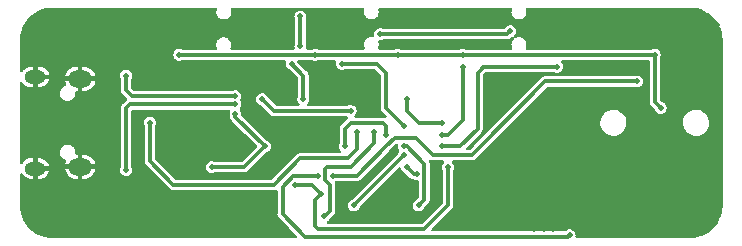
<source format=gbr>
%TF.GenerationSoftware,KiCad,Pcbnew,(6.0.7)*%
%TF.CreationDate,2023-01-18T14:59:30-05:00*%
%TF.ProjectId,microkfd,6d696372-6f6b-4666-942e-6b696361645f,E*%
%TF.SameCoordinates,Original*%
%TF.FileFunction,Copper,L2,Bot*%
%TF.FilePolarity,Positive*%
%FSLAX46Y46*%
G04 Gerber Fmt 4.6, Leading zero omitted, Abs format (unit mm)*
G04 Created by KiCad (PCBNEW (6.0.7)) date 2023-01-18 14:59:30*
%MOMM*%
%LPD*%
G01*
G04 APERTURE LIST*
%TA.AperFunction,ComponentPad*%
%ADD10O,2.000000X1.450000*%
%TD*%
%TA.AperFunction,ComponentPad*%
%ADD11O,1.800000X1.150000*%
%TD*%
%TA.AperFunction,ViaPad*%
%ADD12C,0.500000*%
%TD*%
%TA.AperFunction,Conductor*%
%ADD13C,0.375000*%
%TD*%
G04 APERTURE END LIST*
D10*
%TO.P,J1,6,Shield*%
%TO.N,GND*%
X100350000Y-96275000D03*
D11*
X96550000Y-103875000D03*
D10*
X100350000Y-103725000D03*
D11*
X96550000Y-96125000D03*
%TD*%
D12*
%TO.N,GND*%
X125750000Y-103750000D03*
X107500000Y-95500000D03*
X124500000Y-98250000D03*
X140400000Y-107800000D03*
X140600000Y-101800000D03*
X119000000Y-100500000D03*
X113500000Y-93250000D03*
X140000000Y-101200000D03*
X97750000Y-90500000D03*
X135800000Y-96200000D03*
X115500000Y-99500000D03*
X154250000Y-92500000D03*
X108200000Y-103800000D03*
X97000000Y-90800000D03*
X120000000Y-95000000D03*
X154250000Y-93250000D03*
X143800000Y-107800000D03*
X143000000Y-104000000D03*
X137800000Y-92400000D03*
X113750000Y-102000000D03*
X139200000Y-101200000D03*
X136000000Y-101600000D03*
X108000000Y-95000000D03*
X103750000Y-109500000D03*
X108800000Y-103200000D03*
X102250000Y-109500000D03*
X140000000Y-108400000D03*
X112750000Y-109500000D03*
X106000000Y-109500000D03*
X150400000Y-92200000D03*
X142500000Y-101500000D03*
X110500000Y-109500000D03*
X136000000Y-102400000D03*
X142000000Y-104000000D03*
X140500000Y-103500000D03*
X99250000Y-109500000D03*
X141600000Y-91400000D03*
X116500000Y-104000000D03*
X115750000Y-96250000D03*
X129000000Y-91500000D03*
X139600000Y-109000000D03*
X107000000Y-95000000D03*
X131250000Y-108500000D03*
X142000000Y-105000000D03*
X139200000Y-108400000D03*
X154250000Y-105500000D03*
X154250000Y-101000000D03*
X141500000Y-104500000D03*
X107400000Y-101800000D03*
X96200000Y-91250000D03*
X141600000Y-108400000D03*
X136600000Y-96200000D03*
X143000000Y-102000000D03*
X144600000Y-92200000D03*
X100000000Y-90500000D03*
X95500000Y-95000000D03*
X138400000Y-108400000D03*
X109750000Y-109500000D03*
X115000000Y-99000000D03*
X95500000Y-93500000D03*
X137600000Y-101200000D03*
X108800000Y-104400000D03*
X109000000Y-109500000D03*
X119500000Y-100000000D03*
X129000000Y-90750000D03*
X112000000Y-109500000D03*
X154250000Y-91750000D03*
X95500000Y-92750000D03*
X141600000Y-92200000D03*
X142500000Y-105500000D03*
X101500000Y-109500000D03*
X103000000Y-90500000D03*
X140800000Y-108400000D03*
X145400000Y-107800000D03*
X140000000Y-107000000D03*
X95500000Y-105750000D03*
X154250000Y-94000000D03*
X95800000Y-108000000D03*
X114250000Y-101500000D03*
X154250000Y-98750000D03*
X95500000Y-106500000D03*
X138400000Y-101200000D03*
X154250000Y-104750000D03*
X130000000Y-107250000D03*
X154250000Y-101750000D03*
X115000000Y-95500000D03*
X126000000Y-93500000D03*
X136000000Y-103200000D03*
X116500000Y-96250000D03*
X143500000Y-104500000D03*
X141000000Y-104000000D03*
X102250000Y-90500000D03*
X154250000Y-104000000D03*
X144000000Y-103000000D03*
X125250000Y-107750000D03*
X137400000Y-96200000D03*
X122500000Y-98000000D03*
X143500000Y-103500000D03*
X105250000Y-109500000D03*
X107400000Y-102600000D03*
X124500000Y-99250000D03*
X113500000Y-109500000D03*
X98500000Y-90500000D03*
X154250000Y-106250000D03*
X141500000Y-102500000D03*
X107500000Y-94500000D03*
X95500000Y-105000000D03*
X136800000Y-101200000D03*
X111250000Y-109500000D03*
X154250000Y-99500000D03*
X143000000Y-105000000D03*
X95800000Y-92000000D03*
X151200000Y-92200000D03*
X135000000Y-105200000D03*
X142000000Y-102000000D03*
X142000000Y-103000000D03*
X140400000Y-109000000D03*
X135800000Y-97800000D03*
X142500000Y-104500000D03*
X116000000Y-103500000D03*
X122500000Y-92750000D03*
X115750000Y-95500000D03*
X96200000Y-108600000D03*
X108250000Y-109500000D03*
X143000000Y-103000000D03*
X123500000Y-92000000D03*
X128800000Y-106000000D03*
X103000000Y-109500000D03*
X135000000Y-106200000D03*
X138600000Y-92400000D03*
X138600000Y-93200000D03*
X154250000Y-103250000D03*
X101500000Y-90500000D03*
X97000000Y-109200000D03*
X141000000Y-103000000D03*
X144000000Y-104000000D03*
X123500000Y-108000000D03*
X115500000Y-104000000D03*
X141600000Y-93000000D03*
X129000000Y-93500000D03*
X100000000Y-109500000D03*
X100750000Y-90500000D03*
X113500000Y-92500000D03*
X144600000Y-107800000D03*
X154250000Y-107750000D03*
X125250000Y-106250000D03*
X97750000Y-109500000D03*
X142500000Y-103500000D03*
X98500000Y-109500000D03*
X100750000Y-109500000D03*
X113750000Y-101000000D03*
X143500000Y-102500000D03*
X144500000Y-103500000D03*
X135800000Y-97000000D03*
X145400000Y-92200000D03*
X154250000Y-100250000D03*
X114250000Y-109500000D03*
X99250000Y-90500000D03*
X138800000Y-109000000D03*
X95500000Y-107250000D03*
X95500000Y-94250000D03*
X111500000Y-92500000D03*
X116000000Y-100000000D03*
X135000000Y-96200000D03*
X104500000Y-109500000D03*
X141500000Y-103500000D03*
X152000000Y-92200000D03*
X129750000Y-93500000D03*
X111500000Y-93250000D03*
X107500000Y-109500000D03*
X154250000Y-102500000D03*
X106750000Y-109500000D03*
X142500000Y-102500000D03*
X154250000Y-107000000D03*
X108200000Y-102600000D03*
%TO.N,+5V*%
X149000000Y-94250000D03*
X149500000Y-98750000D03*
X121000000Y-107924500D03*
X108750000Y-94250000D03*
X127250000Y-94250000D03*
X132750000Y-94250000D03*
X120250000Y-94250000D03*
X125250000Y-100750000D03*
%TO.N,Net-(C5-Pad1)*%
X111500000Y-103750000D03*
X116000000Y-102000000D03*
X113500000Y-99250000D03*
%TO.N,~{RESET}*%
X120750000Y-106000000D03*
X118538000Y-105262500D03*
X131500000Y-103750000D03*
%TO.N,TWI_D_RX*%
X147500000Y-96500000D03*
X121750000Y-104500000D03*
%TO.N,TWI_S_RX*%
X141787500Y-109537500D03*
X120475500Y-104500000D03*
%TO.N,SCK*%
X128000000Y-98000000D03*
X131000000Y-100000000D03*
%TO.N,SCL*%
X106250000Y-100000000D03*
X123750000Y-100750000D03*
%TO.N,SDA*%
X115750000Y-98000000D03*
X123250000Y-99000000D03*
%TO.N,Net-(R1-Pad2)*%
X104250000Y-96000000D03*
X113500000Y-97750000D03*
%TO.N,Net-(R2-Pad2)*%
X104250000Y-104000000D03*
X113500000Y-98449503D03*
%TO.N,Net-(R8-Pad2)*%
X123524500Y-107000000D03*
X127750000Y-102750000D03*
%TO.N,Net-(R9-Pad2)*%
X129000000Y-107000000D03*
X127750000Y-102000000D03*
%TO.N,A0*%
X125750000Y-92500000D03*
X136750000Y-92250000D03*
%TO.N,TWI_D_TX*%
X140750000Y-95250000D03*
X131000000Y-102000000D03*
%TO.N,TWI_S_TX*%
X126250000Y-101000000D03*
X128000000Y-103750000D03*
X128863000Y-104363000D03*
X122750000Y-102000000D03*
%TO.N,A2*%
X119000000Y-93500000D03*
X118250000Y-95000000D03*
X119000000Y-91000000D03*
X119250000Y-98000000D03*
%TO.N,GPIO1*%
X127750000Y-100250000D03*
X122500000Y-95000000D03*
%TO.N,GPIO2*%
X132750000Y-95250000D03*
X131000000Y-101000000D03*
%TD*%
D13*
%TO.N,+5V*%
X127250000Y-94250000D02*
X132750000Y-94250000D01*
X121000000Y-107924500D02*
X121075500Y-107924500D01*
X121250000Y-103750000D02*
X123250000Y-103750000D01*
X120250000Y-94250000D02*
X127250000Y-94250000D01*
X121112500Y-104862500D02*
X121112500Y-103887500D01*
X121500000Y-107500000D02*
X121500000Y-105250000D01*
X149000000Y-94250000D02*
X149000000Y-98250000D01*
X121075500Y-107924500D02*
X121500000Y-107500000D01*
X125250000Y-101750000D02*
X125250000Y-100750000D01*
X132750000Y-94250000D02*
X149000000Y-94250000D01*
X121500000Y-105250000D02*
X121112500Y-104862500D01*
X123250000Y-103750000D02*
X125250000Y-101750000D01*
X121112500Y-103887500D02*
X121250000Y-103750000D01*
X108750000Y-94250000D02*
X120250000Y-94250000D01*
X149000000Y-98250000D02*
X149500000Y-98750000D01*
%TO.N,Net-(C5-Pad1)*%
X116000000Y-102000000D02*
X114250000Y-103750000D01*
X116000000Y-102000000D02*
X113500000Y-99500000D01*
X113500000Y-99500000D02*
X113500000Y-99250000D01*
X114250000Y-103750000D02*
X111500000Y-103750000D01*
%TO.N,~{RESET}*%
X120012500Y-105262500D02*
X120750000Y-106000000D01*
X120250000Y-108750000D02*
X120250000Y-106500000D01*
X118538000Y-105262500D02*
X120012500Y-105262500D01*
X129500000Y-109000000D02*
X120500000Y-109000000D01*
X131500000Y-103750000D02*
X131500000Y-107000000D01*
X120250000Y-106500000D02*
X120750000Y-106000000D01*
X120500000Y-109000000D02*
X120250000Y-108750000D01*
X131500000Y-107000000D02*
X129500000Y-109000000D01*
%TO.N,TWI_D_RX*%
X126250000Y-102000000D02*
X123750000Y-104500000D01*
X139750000Y-96500000D02*
X134250000Y-102000000D01*
X127000000Y-101250000D02*
X126250000Y-102000000D01*
X130500000Y-102750000D02*
X130250000Y-102750000D01*
X130250000Y-102750000D02*
X128750000Y-101250000D01*
X123750000Y-104500000D02*
X121750000Y-104500000D01*
X128750000Y-101250000D02*
X127000000Y-101250000D01*
X134250000Y-102000000D02*
X133500000Y-102750000D01*
X133500000Y-102750000D02*
X130500000Y-102750000D01*
X147500000Y-96500000D02*
X139750000Y-96500000D01*
%TO.N,TWI_S_RX*%
X118398938Y-104500000D02*
X120475500Y-104500000D01*
X119387500Y-109637500D02*
X117500000Y-107750000D01*
X141687500Y-109637500D02*
X119387500Y-109637500D01*
X141787500Y-109537500D02*
X141687500Y-109637500D01*
X117500000Y-105398938D02*
X118398938Y-104500000D01*
X117500000Y-107750000D02*
X117500000Y-105398938D01*
%TO.N,SCK*%
X128000000Y-99000000D02*
X128000000Y-98000000D01*
X129000000Y-100000000D02*
X128000000Y-99000000D01*
X131000000Y-100000000D02*
X129000000Y-100000000D01*
%TO.N,SCL*%
X106250000Y-100000000D02*
X106250000Y-103250000D01*
X106250000Y-103250000D02*
X108250000Y-105250000D01*
X123000000Y-103000000D02*
X123750000Y-102250000D01*
X116750000Y-105250000D02*
X119000000Y-103000000D01*
X108250000Y-105250000D02*
X116750000Y-105250000D01*
X123750000Y-102250000D02*
X123750000Y-100750000D01*
X119000000Y-103000000D02*
X123000000Y-103000000D01*
%TO.N,SDA*%
X116750000Y-99000000D02*
X123250000Y-99000000D01*
X115750000Y-98000000D02*
X116750000Y-99000000D01*
%TO.N,Net-(R1-Pad2)*%
X104250000Y-97250000D02*
X104750000Y-97750000D01*
X104750000Y-97750000D02*
X113500000Y-97750000D01*
X104250000Y-96000000D02*
X104250000Y-97250000D01*
%TO.N,Net-(R2-Pad2)*%
X104550497Y-98449503D02*
X113500000Y-98449503D01*
X104250000Y-104000000D02*
X104250000Y-98750000D01*
X104250000Y-98750000D02*
X104550497Y-98449503D01*
%TO.N,Net-(R8-Pad2)*%
X123524500Y-107000000D02*
X123524500Y-106975500D01*
X123524500Y-106975500D02*
X127750000Y-102750000D01*
%TO.N,Net-(R9-Pad2)*%
X129500000Y-103500000D02*
X128000000Y-102000000D01*
X128000000Y-102000000D02*
X127750000Y-102000000D01*
X129000000Y-107000000D02*
X129500000Y-106500000D01*
X129500000Y-106500000D02*
X129500000Y-103500000D01*
%TO.N,A0*%
X125750000Y-92500000D02*
X136500000Y-92500000D01*
X136500000Y-92500000D02*
X136750000Y-92250000D01*
%TO.N,TWI_D_TX*%
X134000000Y-95750000D02*
X134000000Y-100500000D01*
X132500000Y-102000000D02*
X131000000Y-102000000D01*
X134500000Y-95250000D02*
X134250000Y-95500000D01*
X134000000Y-100500000D02*
X132500000Y-102000000D01*
X140750000Y-95250000D02*
X134500000Y-95250000D01*
X134250000Y-95500000D02*
X134000000Y-95750000D01*
%TO.N,TWI_S_TX*%
X122750000Y-100500000D02*
X122750000Y-102000000D01*
X124500000Y-100000000D02*
X123250000Y-100000000D01*
X128863000Y-104363000D02*
X128613000Y-104363000D01*
X123250000Y-100000000D02*
X122750000Y-100500000D01*
X126000000Y-100000000D02*
X124500000Y-100000000D01*
X126250000Y-101000000D02*
X126250000Y-100250000D01*
X126250000Y-100250000D02*
X126000000Y-100000000D01*
X128613000Y-104363000D02*
X128000000Y-103750000D01*
%TO.N,A2*%
X119000000Y-93500000D02*
X119000000Y-91000000D01*
X119250000Y-98000000D02*
X119250000Y-96000000D01*
X119250000Y-96000000D02*
X118250000Y-95000000D01*
%TO.N,GPIO1*%
X126250000Y-98750000D02*
X126250000Y-95750000D01*
X126250000Y-95750000D02*
X125500000Y-95000000D01*
X127750000Y-100250000D02*
X126250000Y-98750000D01*
X125500000Y-95000000D02*
X122500000Y-95000000D01*
%TO.N,GPIO2*%
X131000000Y-101000000D02*
X131500000Y-101000000D01*
X132250000Y-100250000D02*
X132750000Y-99750000D01*
X132750000Y-99750000D02*
X132750000Y-95250000D01*
X131500000Y-101000000D02*
X132250000Y-100250000D01*
%TD*%
%TA.AperFunction,Conductor*%
%TO.N,GND*%
G36*
X111856581Y-90270185D02*
G01*
X111902336Y-90322989D01*
X111912280Y-90392147D01*
X111905298Y-90415431D01*
X111906118Y-90415698D01*
X111903708Y-90423115D01*
X111900386Y-90430174D01*
X111898925Y-90437833D01*
X111898924Y-90437836D01*
X111886601Y-90502439D01*
X111870773Y-90585412D01*
X111880696Y-90743138D01*
X111883105Y-90750552D01*
X111883106Y-90750557D01*
X111903124Y-90812164D01*
X111929533Y-90893441D01*
X112014214Y-91026877D01*
X112045024Y-91055810D01*
X112123731Y-91129722D01*
X112123733Y-91129724D01*
X112129418Y-91135062D01*
X112136253Y-91138820D01*
X112136255Y-91138821D01*
X112177838Y-91161681D01*
X112267908Y-91211197D01*
X112344445Y-91230849D01*
X112413424Y-91248560D01*
X112413427Y-91248560D01*
X112420981Y-91250500D01*
X112539350Y-91250500D01*
X112543210Y-91250012D01*
X112543216Y-91250012D01*
X112649054Y-91236642D01*
X112649058Y-91236641D01*
X112656792Y-91235664D01*
X112664042Y-91232794D01*
X112664044Y-91232793D01*
X112796483Y-91180356D01*
X112796482Y-91180356D01*
X112803732Y-91177486D01*
X112931587Y-91084594D01*
X112995312Y-91007563D01*
X113027351Y-90968835D01*
X113027353Y-90968832D01*
X113032324Y-90962823D01*
X113085249Y-90850354D01*
X113096292Y-90826886D01*
X113096292Y-90826884D01*
X113099614Y-90819826D01*
X113129227Y-90664588D01*
X113119304Y-90506862D01*
X113116895Y-90499448D01*
X113116894Y-90499443D01*
X113094386Y-90430174D01*
X113088747Y-90412818D01*
X113086752Y-90342978D01*
X113122832Y-90283145D01*
X113185533Y-90252316D01*
X113206678Y-90250500D01*
X124289542Y-90250500D01*
X124356581Y-90270185D01*
X124402336Y-90322989D01*
X124412280Y-90392147D01*
X124405298Y-90415431D01*
X124406118Y-90415698D01*
X124403708Y-90423115D01*
X124400386Y-90430174D01*
X124398925Y-90437833D01*
X124398924Y-90437836D01*
X124386601Y-90502439D01*
X124370773Y-90585412D01*
X124380696Y-90743138D01*
X124383105Y-90750552D01*
X124383106Y-90750557D01*
X124403124Y-90812164D01*
X124429533Y-90893441D01*
X124514214Y-91026877D01*
X124545024Y-91055810D01*
X124623731Y-91129722D01*
X124623733Y-91129724D01*
X124629418Y-91135062D01*
X124636253Y-91138820D01*
X124636255Y-91138821D01*
X124677838Y-91161681D01*
X124767908Y-91211197D01*
X124844445Y-91230849D01*
X124913424Y-91248560D01*
X124913427Y-91248560D01*
X124920981Y-91250500D01*
X125039350Y-91250500D01*
X125043210Y-91250012D01*
X125043216Y-91250012D01*
X125149054Y-91236642D01*
X125149058Y-91236641D01*
X125156792Y-91235664D01*
X125164042Y-91232794D01*
X125164044Y-91232793D01*
X125296483Y-91180356D01*
X125296482Y-91180356D01*
X125303732Y-91177486D01*
X125431587Y-91084594D01*
X125495312Y-91007563D01*
X125527351Y-90968835D01*
X125527353Y-90968832D01*
X125532324Y-90962823D01*
X125585249Y-90850354D01*
X125596292Y-90826886D01*
X125596292Y-90826884D01*
X125599614Y-90819826D01*
X125629227Y-90664588D01*
X125619304Y-90506862D01*
X125616895Y-90499448D01*
X125616894Y-90499443D01*
X125594386Y-90430174D01*
X125588747Y-90412818D01*
X125586752Y-90342978D01*
X125622832Y-90283145D01*
X125685533Y-90252316D01*
X125706678Y-90250500D01*
X136789542Y-90250500D01*
X136856581Y-90270185D01*
X136902336Y-90322989D01*
X136912280Y-90392147D01*
X136905298Y-90415431D01*
X136906118Y-90415698D01*
X136903708Y-90423115D01*
X136900386Y-90430174D01*
X136898925Y-90437833D01*
X136898924Y-90437836D01*
X136886601Y-90502439D01*
X136870773Y-90585412D01*
X136880696Y-90743138D01*
X136883105Y-90750552D01*
X136883106Y-90750557D01*
X136903124Y-90812164D01*
X136929533Y-90893441D01*
X137014214Y-91026877D01*
X137045024Y-91055810D01*
X137123731Y-91129722D01*
X137123733Y-91129724D01*
X137129418Y-91135062D01*
X137136253Y-91138820D01*
X137136255Y-91138821D01*
X137177838Y-91161681D01*
X137267908Y-91211197D01*
X137344445Y-91230849D01*
X137413424Y-91248560D01*
X137413427Y-91248560D01*
X137420981Y-91250500D01*
X137539350Y-91250500D01*
X137543210Y-91250012D01*
X137543216Y-91250012D01*
X137649054Y-91236642D01*
X137649058Y-91236641D01*
X137656792Y-91235664D01*
X137664042Y-91232794D01*
X137664044Y-91232793D01*
X137796483Y-91180356D01*
X137796482Y-91180356D01*
X137803732Y-91177486D01*
X137931587Y-91084594D01*
X137995312Y-91007563D01*
X138027351Y-90968835D01*
X138027353Y-90968832D01*
X138032324Y-90962823D01*
X138085249Y-90850354D01*
X138096292Y-90826886D01*
X138096292Y-90826884D01*
X138099614Y-90819826D01*
X138129227Y-90664588D01*
X138119304Y-90506862D01*
X138116895Y-90499448D01*
X138116894Y-90499443D01*
X138094386Y-90430174D01*
X138088747Y-90412818D01*
X138086752Y-90342978D01*
X138122832Y-90283145D01*
X138185533Y-90252316D01*
X138206678Y-90250500D01*
X151963115Y-90250500D01*
X151987306Y-90252883D01*
X152000000Y-90255408D01*
X152011978Y-90253026D01*
X152024191Y-90253026D01*
X152024191Y-90253219D01*
X152034950Y-90252463D01*
X152129045Y-90257747D01*
X152300894Y-90267398D01*
X152314712Y-90268955D01*
X152604953Y-90318269D01*
X152618510Y-90321363D01*
X152901413Y-90402866D01*
X152914538Y-90407459D01*
X153186528Y-90520121D01*
X153199056Y-90526154D01*
X153292420Y-90577754D01*
X153456732Y-90668566D01*
X153468495Y-90675957D01*
X153563178Y-90743138D01*
X153708605Y-90846324D01*
X153719477Y-90854995D01*
X153938997Y-91051171D01*
X153948829Y-91061003D01*
X154145005Y-91280523D01*
X154153676Y-91291395D01*
X154324039Y-91531499D01*
X154331437Y-91543273D01*
X154473846Y-91800944D01*
X154479879Y-91813472D01*
X154592541Y-92085462D01*
X154597134Y-92098587D01*
X154678637Y-92381490D01*
X154681731Y-92395047D01*
X154731045Y-92685288D01*
X154732602Y-92699106D01*
X154739790Y-92827098D01*
X154747482Y-92964060D01*
X154747537Y-92965048D01*
X154746781Y-92975809D01*
X154746974Y-92975809D01*
X154746974Y-92988022D01*
X154744592Y-93000000D01*
X154746975Y-93011979D01*
X154747117Y-93012694D01*
X154749500Y-93036885D01*
X154749500Y-106963115D01*
X154747117Y-106987306D01*
X154744592Y-107000000D01*
X154746974Y-107011978D01*
X154746974Y-107024191D01*
X154746781Y-107024191D01*
X154747537Y-107034950D01*
X154742253Y-107129045D01*
X154732602Y-107300894D01*
X154731045Y-107314712D01*
X154681731Y-107604953D01*
X154678637Y-107618510D01*
X154597134Y-107901413D01*
X154592541Y-107914538D01*
X154479879Y-108186528D01*
X154473846Y-108199056D01*
X154331437Y-108456727D01*
X154324043Y-108468495D01*
X154257698Y-108562000D01*
X154153676Y-108708605D01*
X154145005Y-108719477D01*
X153948829Y-108938997D01*
X153938997Y-108948829D01*
X153719477Y-109145005D01*
X153708605Y-109153676D01*
X153695209Y-109163181D01*
X153468495Y-109324043D01*
X153456732Y-109331434D01*
X153355214Y-109387541D01*
X153199056Y-109473846D01*
X153186528Y-109479879D01*
X152914538Y-109592541D01*
X152901413Y-109597134D01*
X152618510Y-109678637D01*
X152604953Y-109681731D01*
X152314712Y-109731045D01*
X152300894Y-109732602D01*
X152129045Y-109742253D01*
X152034950Y-109747537D01*
X152024191Y-109746781D01*
X152024191Y-109746974D01*
X152011978Y-109746974D01*
X152000000Y-109744592D01*
X151987345Y-109747109D01*
X151987306Y-109747117D01*
X151963115Y-109749500D01*
X142406011Y-109749500D01*
X142338972Y-109729815D01*
X142293217Y-109677011D01*
X142283730Y-109604928D01*
X142292996Y-109549854D01*
X142293147Y-109537500D01*
X142284514Y-109477214D01*
X142274075Y-109404324D01*
X142272823Y-109395582D01*
X142213484Y-109265072D01*
X142119900Y-109156463D01*
X141999595Y-109078485D01*
X141862239Y-109037407D01*
X141853405Y-109037353D01*
X141764856Y-109036812D01*
X141718876Y-109036531D01*
X141581029Y-109075928D01*
X141459780Y-109152430D01*
X141453930Y-109159054D01*
X141447204Y-109164778D01*
X141446016Y-109163382D01*
X141396094Y-109194802D01*
X141362286Y-109199500D01*
X130219288Y-109199500D01*
X130152249Y-109179815D01*
X130106494Y-109127011D01*
X130096550Y-109057853D01*
X130125575Y-108994297D01*
X130131607Y-108987819D01*
X131786132Y-107333294D01*
X131797045Y-107323596D01*
X131815614Y-107308957D01*
X131822894Y-107303218D01*
X131855321Y-107256301D01*
X131857552Y-107253180D01*
X131891461Y-107207269D01*
X131893787Y-107200646D01*
X131897779Y-107194870D01*
X131900572Y-107186038D01*
X131900576Y-107186030D01*
X131914988Y-107140458D01*
X131916221Y-107136762D01*
X131932028Y-107091750D01*
X131935101Y-107083000D01*
X131935376Y-107075988D01*
X131937494Y-107069292D01*
X131938000Y-107062862D01*
X131938000Y-107011627D01*
X131938096Y-107006760D01*
X131939331Y-106975326D01*
X131940271Y-106951394D01*
X131938435Y-106944471D01*
X131938000Y-106936561D01*
X131938000Y-104022409D01*
X131950407Y-103968343D01*
X131968609Y-103930774D01*
X131981710Y-103903733D01*
X132005496Y-103762354D01*
X132005555Y-103757563D01*
X132005589Y-103754786D01*
X132005589Y-103754780D01*
X132005647Y-103750000D01*
X132004763Y-103743823D01*
X131986575Y-103616824D01*
X131985323Y-103608082D01*
X131925984Y-103477572D01*
X131853062Y-103392942D01*
X131824214Y-103329306D01*
X131834349Y-103260176D01*
X131880250Y-103207499D01*
X131947000Y-103188000D01*
X133466649Y-103188000D01*
X133481223Y-103188859D01*
X133504710Y-103191639D01*
X133504711Y-103191639D01*
X133513913Y-103192728D01*
X133570017Y-103182482D01*
X133573854Y-103181844D01*
X133581290Y-103180726D01*
X133630244Y-103173366D01*
X133636572Y-103170327D01*
X133643478Y-103169066D01*
X133694073Y-103142784D01*
X133697556Y-103141044D01*
X133740618Y-103120366D01*
X133740623Y-103120363D01*
X133748973Y-103116353D01*
X133754127Y-103111589D01*
X133760358Y-103108352D01*
X133765263Y-103104163D01*
X133801467Y-103067959D01*
X133804976Y-103064584D01*
X133838887Y-103033237D01*
X133838888Y-103033236D01*
X133845689Y-103026949D01*
X133849285Y-103020758D01*
X133854581Y-103014845D01*
X136923430Y-99945996D01*
X144395814Y-99945996D01*
X144405523Y-100155767D01*
X144454724Y-100359918D01*
X144457164Y-100365286D01*
X144457166Y-100365290D01*
X144500527Y-100460658D01*
X144541640Y-100551081D01*
X144663137Y-100722360D01*
X144667404Y-100726444D01*
X144667405Y-100726446D01*
X144810564Y-100863491D01*
X144810568Y-100863495D01*
X144814831Y-100867575D01*
X144991246Y-100981485D01*
X144996721Y-100983692D01*
X144996724Y-100983693D01*
X145180539Y-101057773D01*
X145180544Y-101057774D01*
X145186019Y-101059981D01*
X145392122Y-101100230D01*
X145397643Y-101100500D01*
X145552469Y-101100500D01*
X145709046Y-101085561D01*
X145714706Y-101083901D01*
X145714709Y-101083900D01*
X145809797Y-101056004D01*
X145910549Y-101026447D01*
X145973892Y-100993823D01*
X146091996Y-100932996D01*
X146092001Y-100932993D01*
X146097239Y-100930295D01*
X146250728Y-100809728D01*
X146257740Y-100804220D01*
X146262379Y-100800576D01*
X146302796Y-100754000D01*
X146396146Y-100646424D01*
X146396147Y-100646423D01*
X146400010Y-100641971D01*
X146402964Y-100636865D01*
X146502210Y-100465311D01*
X146502211Y-100465309D01*
X146505166Y-100460201D01*
X146574053Y-100261826D01*
X146604186Y-100054004D01*
X146599187Y-99945996D01*
X151395814Y-99945996D01*
X151405523Y-100155767D01*
X151454724Y-100359918D01*
X151457164Y-100365286D01*
X151457166Y-100365290D01*
X151500527Y-100460658D01*
X151541640Y-100551081D01*
X151663137Y-100722360D01*
X151667404Y-100726444D01*
X151667405Y-100726446D01*
X151810564Y-100863491D01*
X151810568Y-100863495D01*
X151814831Y-100867575D01*
X151991246Y-100981485D01*
X151996721Y-100983692D01*
X151996724Y-100983693D01*
X152180539Y-101057773D01*
X152180544Y-101057774D01*
X152186019Y-101059981D01*
X152392122Y-101100230D01*
X152397643Y-101100500D01*
X152552469Y-101100500D01*
X152709046Y-101085561D01*
X152714706Y-101083901D01*
X152714709Y-101083900D01*
X152809797Y-101056004D01*
X152910549Y-101026447D01*
X152973892Y-100993823D01*
X153091996Y-100932996D01*
X153092001Y-100932993D01*
X153097239Y-100930295D01*
X153250728Y-100809728D01*
X153257740Y-100804220D01*
X153262379Y-100800576D01*
X153302796Y-100754000D01*
X153396146Y-100646424D01*
X153396147Y-100646423D01*
X153400010Y-100641971D01*
X153402964Y-100636865D01*
X153502210Y-100465311D01*
X153502211Y-100465309D01*
X153505166Y-100460201D01*
X153574053Y-100261826D01*
X153604186Y-100054004D01*
X153594477Y-99844233D01*
X153586955Y-99813020D01*
X153546658Y-99645815D01*
X153546657Y-99645812D01*
X153545276Y-99640082D01*
X153542351Y-99633647D01*
X153460802Y-99454290D01*
X153458360Y-99448919D01*
X153336863Y-99277640D01*
X153332595Y-99273554D01*
X153189436Y-99136509D01*
X153189432Y-99136505D01*
X153185169Y-99132425D01*
X153008754Y-99018515D01*
X153003279Y-99016308D01*
X153003276Y-99016307D01*
X152819461Y-98942227D01*
X152819456Y-98942226D01*
X152813981Y-98940019D01*
X152607878Y-98899770D01*
X152602357Y-98899500D01*
X152447531Y-98899500D01*
X152290954Y-98914439D01*
X152285294Y-98916099D01*
X152285291Y-98916100D01*
X152190203Y-98943996D01*
X152089451Y-98973553D01*
X152084202Y-98976256D01*
X152084203Y-98976256D01*
X151908004Y-99067004D01*
X151907999Y-99067007D01*
X151902761Y-99069705D01*
X151737621Y-99199424D01*
X151733756Y-99203878D01*
X151733755Y-99203879D01*
X151665311Y-99282754D01*
X151599990Y-99358029D01*
X151597037Y-99363134D01*
X151597036Y-99363135D01*
X151517014Y-99501460D01*
X151494834Y-99539799D01*
X151425947Y-99738174D01*
X151395814Y-99945996D01*
X146599187Y-99945996D01*
X146594477Y-99844233D01*
X146586955Y-99813020D01*
X146546658Y-99645815D01*
X146546657Y-99645812D01*
X146545276Y-99640082D01*
X146542351Y-99633647D01*
X146460802Y-99454290D01*
X146458360Y-99448919D01*
X146336863Y-99277640D01*
X146332595Y-99273554D01*
X146189436Y-99136509D01*
X146189432Y-99136505D01*
X146185169Y-99132425D01*
X146008754Y-99018515D01*
X146003279Y-99016308D01*
X146003276Y-99016307D01*
X145819461Y-98942227D01*
X145819456Y-98942226D01*
X145813981Y-98940019D01*
X145607878Y-98899770D01*
X145602357Y-98899500D01*
X145447531Y-98899500D01*
X145290954Y-98914439D01*
X145285294Y-98916099D01*
X145285291Y-98916100D01*
X145190203Y-98943996D01*
X145089451Y-98973553D01*
X145084202Y-98976256D01*
X145084203Y-98976256D01*
X144908004Y-99067004D01*
X144907999Y-99067007D01*
X144902761Y-99069705D01*
X144737621Y-99199424D01*
X144733756Y-99203878D01*
X144733755Y-99203879D01*
X144665311Y-99282754D01*
X144599990Y-99358029D01*
X144597037Y-99363134D01*
X144597036Y-99363135D01*
X144517014Y-99501460D01*
X144494834Y-99539799D01*
X144425947Y-99738174D01*
X144395814Y-99945996D01*
X136923430Y-99945996D01*
X137235779Y-99633647D01*
X139895106Y-96974319D01*
X139956429Y-96940834D01*
X139982787Y-96938000D01*
X147218610Y-96938000D01*
X147271995Y-96950080D01*
X147274954Y-96951492D01*
X147282313Y-96956390D01*
X147290746Y-96959025D01*
X147290749Y-96959026D01*
X147410722Y-96996507D01*
X147410723Y-96996507D01*
X147419157Y-96999142D01*
X147427992Y-96999304D01*
X147446156Y-96999637D01*
X147562499Y-97001770D01*
X147571015Y-96999448D01*
X147571017Y-96999448D01*
X147692298Y-96966383D01*
X147692301Y-96966382D01*
X147700817Y-96964060D01*
X147822991Y-96889045D01*
X147842054Y-96867985D01*
X147913272Y-96789303D01*
X147919200Y-96782754D01*
X147981710Y-96653733D01*
X148005496Y-96512354D01*
X148005647Y-96500000D01*
X148004621Y-96492830D01*
X147986575Y-96366824D01*
X147985323Y-96358082D01*
X147925984Y-96227572D01*
X147916670Y-96216762D01*
X147894762Y-96191338D01*
X147832400Y-96118963D01*
X147712095Y-96040985D01*
X147574739Y-95999907D01*
X147565905Y-95999853D01*
X147477357Y-95999312D01*
X147431376Y-95999031D01*
X147293529Y-96038428D01*
X147286057Y-96043143D01*
X147277994Y-96046749D01*
X147277430Y-96045489D01*
X147220320Y-96062000D01*
X139783351Y-96062000D01*
X139768777Y-96061141D01*
X139745290Y-96058361D01*
X139745289Y-96058361D01*
X139736087Y-96057272D01*
X139679988Y-96067517D01*
X139676146Y-96068156D01*
X139619756Y-96076634D01*
X139613428Y-96079673D01*
X139606522Y-96080934D01*
X139598296Y-96085207D01*
X139555927Y-96107216D01*
X139552444Y-96108956D01*
X139509382Y-96129634D01*
X139509377Y-96129637D01*
X139501027Y-96133647D01*
X139495873Y-96138411D01*
X139489642Y-96141648D01*
X139484738Y-96145837D01*
X139448546Y-96182029D01*
X139445037Y-96185404D01*
X139404311Y-96223051D01*
X139400713Y-96229245D01*
X139395416Y-96235159D01*
X133984744Y-101645831D01*
X133984737Y-101645837D01*
X133655682Y-101974893D01*
X133354894Y-102275681D01*
X133293571Y-102309166D01*
X133267213Y-102312000D01*
X133106788Y-102312000D01*
X133039749Y-102292315D01*
X132993994Y-102239511D01*
X132984050Y-102170353D01*
X133013075Y-102106797D01*
X133019107Y-102100319D01*
X134286132Y-100833294D01*
X134297045Y-100823596D01*
X134315614Y-100808957D01*
X134322894Y-100803218D01*
X134355321Y-100756301D01*
X134357552Y-100753180D01*
X134391461Y-100707269D01*
X134393787Y-100700646D01*
X134397779Y-100694870D01*
X134400572Y-100686038D01*
X134400576Y-100686030D01*
X134414988Y-100640458D01*
X134416221Y-100636762D01*
X134426293Y-100608082D01*
X134435101Y-100583000D01*
X134435376Y-100575988D01*
X134437494Y-100569292D01*
X134438000Y-100562862D01*
X134438000Y-100511627D01*
X134438096Y-100506760D01*
X134439907Y-100460658D01*
X134440271Y-100451394D01*
X134438435Y-100444471D01*
X134438000Y-100436561D01*
X134438000Y-95982788D01*
X134457685Y-95915749D01*
X134474319Y-95895107D01*
X134645107Y-95724319D01*
X134706430Y-95690834D01*
X134732788Y-95688000D01*
X140468610Y-95688000D01*
X140521995Y-95700080D01*
X140524954Y-95701492D01*
X140532313Y-95706390D01*
X140540746Y-95709025D01*
X140540749Y-95709026D01*
X140660722Y-95746507D01*
X140660723Y-95746507D01*
X140669157Y-95749142D01*
X140677992Y-95749304D01*
X140697799Y-95749667D01*
X140812499Y-95751770D01*
X140821015Y-95749448D01*
X140821017Y-95749448D01*
X140942298Y-95716383D01*
X140942301Y-95716382D01*
X140950817Y-95714060D01*
X141072991Y-95639045D01*
X141090451Y-95619756D01*
X141148946Y-95555130D01*
X141169200Y-95532754D01*
X141231710Y-95403733D01*
X141255496Y-95262354D01*
X141255555Y-95257563D01*
X141255589Y-95254786D01*
X141255589Y-95254780D01*
X141255647Y-95250000D01*
X141254763Y-95243823D01*
X141236575Y-95116824D01*
X141235323Y-95108082D01*
X141175984Y-94977572D01*
X141122664Y-94915692D01*
X141103062Y-94892942D01*
X141074214Y-94829306D01*
X141084349Y-94760176D01*
X141130250Y-94707499D01*
X141197000Y-94688000D01*
X148438000Y-94688000D01*
X148505039Y-94707685D01*
X148550794Y-94760489D01*
X148562000Y-94812000D01*
X148562000Y-98216649D01*
X148561141Y-98231223D01*
X148559635Y-98243951D01*
X148557272Y-98263913D01*
X148566844Y-98316327D01*
X148567517Y-98320012D01*
X148568156Y-98323854D01*
X148576634Y-98380244D01*
X148579673Y-98386572D01*
X148580934Y-98393478D01*
X148585207Y-98401704D01*
X148607216Y-98444073D01*
X148608956Y-98447556D01*
X148629634Y-98490618D01*
X148629637Y-98490623D01*
X148633647Y-98498973D01*
X148638411Y-98504127D01*
X148641648Y-98510358D01*
X148645837Y-98515263D01*
X148682040Y-98551466D01*
X148685415Y-98554975D01*
X148723051Y-98595689D01*
X148729243Y-98599285D01*
X148735155Y-98604580D01*
X148993722Y-98863148D01*
X149019540Y-98900888D01*
X149070720Y-99017203D01*
X149112582Y-99067004D01*
X149147112Y-99108082D01*
X149162970Y-99126948D01*
X149203208Y-99153733D01*
X149266430Y-99195817D01*
X149282313Y-99206390D01*
X149374188Y-99235093D01*
X149410722Y-99246507D01*
X149410723Y-99246507D01*
X149419157Y-99249142D01*
X149427992Y-99249304D01*
X149447799Y-99249667D01*
X149562499Y-99251770D01*
X149571015Y-99249448D01*
X149571017Y-99249448D01*
X149692298Y-99216383D01*
X149692301Y-99216382D01*
X149700817Y-99214060D01*
X149799069Y-99153733D01*
X149815462Y-99143668D01*
X149815463Y-99143667D01*
X149822991Y-99139045D01*
X149831881Y-99129224D01*
X149881998Y-99073854D01*
X149919200Y-99032754D01*
X149981710Y-98903733D01*
X150005496Y-98762354D01*
X150005647Y-98750000D01*
X150004045Y-98738810D01*
X149986575Y-98616824D01*
X149985323Y-98608082D01*
X149925984Y-98477572D01*
X149914342Y-98464060D01*
X149877993Y-98421876D01*
X149832400Y-98368963D01*
X149712095Y-98290985D01*
X149684573Y-98282754D01*
X149668365Y-98277907D01*
X149616212Y-98246787D01*
X149474319Y-98104894D01*
X149440834Y-98043571D01*
X149438000Y-98017213D01*
X149438000Y-94522409D01*
X149450407Y-94468343D01*
X149477859Y-94411681D01*
X149481710Y-94403733D01*
X149505496Y-94262354D01*
X149505647Y-94250000D01*
X149504763Y-94243823D01*
X149486575Y-94116824D01*
X149485323Y-94108082D01*
X149425984Y-93977572D01*
X149332400Y-93868963D01*
X149212095Y-93790985D01*
X149074739Y-93749907D01*
X149065905Y-93749853D01*
X148977357Y-93749312D01*
X148931376Y-93749031D01*
X148793529Y-93788428D01*
X148786058Y-93793142D01*
X148777994Y-93796749D01*
X148777430Y-93795489D01*
X148720320Y-93812000D01*
X138181048Y-93812000D01*
X138114009Y-93792315D01*
X138068254Y-93739511D01*
X138058310Y-93670353D01*
X138068848Y-93635206D01*
X138099614Y-93569826D01*
X138129227Y-93414588D01*
X138119304Y-93256862D01*
X138116895Y-93249448D01*
X138116894Y-93249443D01*
X138072877Y-93113977D01*
X138070467Y-93106559D01*
X137985786Y-92973123D01*
X137898382Y-92891044D01*
X137876269Y-92870278D01*
X137876267Y-92870276D01*
X137870582Y-92864938D01*
X137863747Y-92861180D01*
X137863745Y-92861179D01*
X137801337Y-92826871D01*
X137732092Y-92788803D01*
X137622305Y-92760614D01*
X137586576Y-92751440D01*
X137586573Y-92751440D01*
X137579019Y-92749500D01*
X137460650Y-92749500D01*
X137456790Y-92749988D01*
X137456784Y-92749988D01*
X137350946Y-92763358D01*
X137350942Y-92763359D01*
X137343208Y-92764336D01*
X137335958Y-92767206D01*
X137335956Y-92767207D01*
X137239773Y-92805289D01*
X137170195Y-92811666D01*
X137108214Y-92779414D01*
X137073510Y-92718772D01*
X137077100Y-92648995D01*
X137102192Y-92606784D01*
X137163272Y-92539303D01*
X137169200Y-92532754D01*
X137231710Y-92403733D01*
X137255496Y-92262354D01*
X137255647Y-92250000D01*
X137235323Y-92108082D01*
X137175984Y-91977572D01*
X137082400Y-91868963D01*
X136962095Y-91790985D01*
X136824739Y-91749907D01*
X136815905Y-91749853D01*
X136727357Y-91749312D01*
X136681376Y-91749031D01*
X136543529Y-91788428D01*
X136422280Y-91864930D01*
X136416435Y-91871548D01*
X136416433Y-91871550D01*
X136333223Y-91965768D01*
X136333221Y-91965770D01*
X136327377Y-91972388D01*
X136318779Y-91990702D01*
X136272471Y-92043017D01*
X136206536Y-92062000D01*
X126031189Y-92062000D01*
X125978898Y-92046533D01*
X125977529Y-92049496D01*
X125969508Y-92045790D01*
X125962095Y-92040985D01*
X125824739Y-91999907D01*
X125815905Y-91999853D01*
X125727357Y-91999312D01*
X125681376Y-91999031D01*
X125543529Y-92038428D01*
X125422280Y-92114930D01*
X125416435Y-92121548D01*
X125416433Y-92121550D01*
X125333223Y-92215768D01*
X125333221Y-92215770D01*
X125327377Y-92222388D01*
X125266447Y-92352163D01*
X125265088Y-92360888D01*
X125265088Y-92360890D01*
X125245750Y-92485093D01*
X125244391Y-92493823D01*
X125245537Y-92502585D01*
X125260962Y-92620546D01*
X125250136Y-92689572D01*
X125203711Y-92741787D01*
X125136425Y-92760614D01*
X125107176Y-92756729D01*
X125079019Y-92749500D01*
X124960650Y-92749500D01*
X124956790Y-92749988D01*
X124956784Y-92749988D01*
X124850946Y-92763358D01*
X124850942Y-92763359D01*
X124843208Y-92764336D01*
X124835958Y-92767206D01*
X124835956Y-92767207D01*
X124739773Y-92805289D01*
X124696268Y-92822514D01*
X124568413Y-92915406D01*
X124534558Y-92956330D01*
X124472649Y-93031165D01*
X124472647Y-93031168D01*
X124467676Y-93037177D01*
X124464354Y-93044236D01*
X124464353Y-93044238D01*
X124438126Y-93099973D01*
X124400386Y-93180174D01*
X124398925Y-93187833D01*
X124398924Y-93187836D01*
X124385757Y-93256862D01*
X124370773Y-93335412D01*
X124380696Y-93493138D01*
X124383105Y-93500552D01*
X124383106Y-93500557D01*
X124429533Y-93643441D01*
X124428091Y-93643909D01*
X124437469Y-93704249D01*
X124409169Y-93768131D01*
X124350825Y-93806572D01*
X124314538Y-93812000D01*
X120531189Y-93812000D01*
X120478898Y-93796533D01*
X120477529Y-93799496D01*
X120469508Y-93795790D01*
X120462095Y-93790985D01*
X120324739Y-93749907D01*
X120315905Y-93749853D01*
X120227357Y-93749312D01*
X120181376Y-93749031D01*
X120043529Y-93788428D01*
X120036058Y-93793142D01*
X120027994Y-93796749D01*
X120027430Y-93795489D01*
X119970320Y-93812000D01*
X119599621Y-93812000D01*
X119532582Y-93792315D01*
X119486827Y-93739511D01*
X119476883Y-93670353D01*
X119479792Y-93657691D01*
X119481710Y-93653733D01*
X119505496Y-93512354D01*
X119505647Y-93500000D01*
X119504763Y-93493823D01*
X119486575Y-93366824D01*
X119485323Y-93358082D01*
X119449120Y-93278457D01*
X119438000Y-93227134D01*
X119438000Y-91272409D01*
X119450407Y-91218343D01*
X119477859Y-91161681D01*
X119481710Y-91153733D01*
X119505496Y-91012354D01*
X119505647Y-91000000D01*
X119504763Y-90993823D01*
X119486575Y-90866824D01*
X119485323Y-90858082D01*
X119425984Y-90727572D01*
X119332400Y-90618963D01*
X119212095Y-90540985D01*
X119074739Y-90499907D01*
X119065905Y-90499853D01*
X118977357Y-90499312D01*
X118931376Y-90499031D01*
X118793529Y-90538428D01*
X118672280Y-90614930D01*
X118666435Y-90621548D01*
X118666433Y-90621550D01*
X118583223Y-90715768D01*
X118583221Y-90715770D01*
X118577377Y-90722388D01*
X118516447Y-90852163D01*
X118515088Y-90860888D01*
X118515088Y-90860890D01*
X118495750Y-90985093D01*
X118494391Y-90993823D01*
X118512980Y-91135979D01*
X118516538Y-91144065D01*
X118551499Y-91223520D01*
X118562000Y-91273461D01*
X118562000Y-93227480D01*
X118550244Y-93280179D01*
X118516447Y-93352163D01*
X118515088Y-93360888D01*
X118515088Y-93360890D01*
X118505535Y-93422246D01*
X118494391Y-93493823D01*
X118495537Y-93502585D01*
X118504330Y-93569826D01*
X118512980Y-93635979D01*
X118516538Y-93644064D01*
X118518914Y-93652576D01*
X118515888Y-93653421D01*
X118522875Y-93707360D01*
X118492965Y-93770504D01*
X118433665Y-93807454D01*
X118400396Y-93812000D01*
X113181048Y-93812000D01*
X113114009Y-93792315D01*
X113068254Y-93739511D01*
X113058310Y-93670353D01*
X113068848Y-93635206D01*
X113099614Y-93569826D01*
X113129227Y-93414588D01*
X113119304Y-93256862D01*
X113116895Y-93249448D01*
X113116894Y-93249443D01*
X113072877Y-93113977D01*
X113070467Y-93106559D01*
X112985786Y-92973123D01*
X112898382Y-92891044D01*
X112876269Y-92870278D01*
X112876267Y-92870276D01*
X112870582Y-92864938D01*
X112863747Y-92861180D01*
X112863745Y-92861179D01*
X112801337Y-92826871D01*
X112732092Y-92788803D01*
X112622305Y-92760614D01*
X112586576Y-92751440D01*
X112586573Y-92751440D01*
X112579019Y-92749500D01*
X112460650Y-92749500D01*
X112456790Y-92749988D01*
X112456784Y-92749988D01*
X112350946Y-92763358D01*
X112350942Y-92763359D01*
X112343208Y-92764336D01*
X112335958Y-92767206D01*
X112335956Y-92767207D01*
X112239773Y-92805289D01*
X112196268Y-92822514D01*
X112068413Y-92915406D01*
X112034558Y-92956330D01*
X111972649Y-93031165D01*
X111972647Y-93031168D01*
X111967676Y-93037177D01*
X111964354Y-93044236D01*
X111964353Y-93044238D01*
X111938126Y-93099973D01*
X111900386Y-93180174D01*
X111898925Y-93187833D01*
X111898924Y-93187836D01*
X111885757Y-93256862D01*
X111870773Y-93335412D01*
X111880696Y-93493138D01*
X111883105Y-93500552D01*
X111883106Y-93500557D01*
X111929533Y-93643441D01*
X111928091Y-93643909D01*
X111937469Y-93704249D01*
X111909169Y-93768131D01*
X111850825Y-93806572D01*
X111814538Y-93812000D01*
X109031189Y-93812000D01*
X108978898Y-93796533D01*
X108977529Y-93799496D01*
X108969508Y-93795790D01*
X108962095Y-93790985D01*
X108824739Y-93749907D01*
X108815905Y-93749853D01*
X108727357Y-93749312D01*
X108681376Y-93749031D01*
X108543529Y-93788428D01*
X108422280Y-93864930D01*
X108416435Y-93871548D01*
X108416433Y-93871550D01*
X108333223Y-93965768D01*
X108333221Y-93965770D01*
X108327377Y-93972388D01*
X108266447Y-94102163D01*
X108244391Y-94243823D01*
X108262980Y-94385979D01*
X108320720Y-94517203D01*
X108412970Y-94626948D01*
X108420324Y-94631843D01*
X108522834Y-94700080D01*
X108532313Y-94706390D01*
X108628809Y-94736537D01*
X108660722Y-94746507D01*
X108660723Y-94746507D01*
X108669157Y-94749142D01*
X108677992Y-94749304D01*
X108697799Y-94749667D01*
X108812499Y-94751770D01*
X108821015Y-94749448D01*
X108821017Y-94749448D01*
X108942298Y-94716383D01*
X108942301Y-94716382D01*
X108950817Y-94714060D01*
X108958341Y-94709440D01*
X108958344Y-94709439D01*
X108963407Y-94706330D01*
X109028290Y-94688000D01*
X117650370Y-94688000D01*
X117717409Y-94707685D01*
X117763164Y-94760489D01*
X117773108Y-94829647D01*
X117769559Y-94845535D01*
X117766447Y-94852163D01*
X117765088Y-94860888D01*
X117765088Y-94860890D01*
X117753740Y-94933776D01*
X117744391Y-94993823D01*
X117745537Y-95002585D01*
X117758281Y-95100041D01*
X117762980Y-95135979D01*
X117820720Y-95267203D01*
X117912970Y-95376948D01*
X117954377Y-95404511D01*
X118017902Y-95446797D01*
X118032313Y-95456390D01*
X118040744Y-95459024D01*
X118040746Y-95459025D01*
X118056863Y-95464060D01*
X118082670Y-95472122D01*
X118133373Y-95502799D01*
X118775681Y-96145106D01*
X118809166Y-96206429D01*
X118812000Y-96232787D01*
X118812000Y-97727480D01*
X118800244Y-97780179D01*
X118766447Y-97852163D01*
X118765088Y-97860888D01*
X118765088Y-97860890D01*
X118746860Y-97977963D01*
X118744391Y-97993823D01*
X118750552Y-98040937D01*
X118761298Y-98123113D01*
X118762980Y-98135979D01*
X118820720Y-98267203D01*
X118865111Y-98320012D01*
X118897221Y-98358212D01*
X118925290Y-98422195D01*
X118914310Y-98491197D01*
X118867769Y-98543309D01*
X118802301Y-98562000D01*
X116982787Y-98562000D01*
X116915748Y-98542315D01*
X116895106Y-98525681D01*
X116257735Y-97888310D01*
X116232536Y-97851952D01*
X116179640Y-97735613D01*
X116175984Y-97727572D01*
X116082400Y-97618963D01*
X115962095Y-97540985D01*
X115824739Y-97499907D01*
X115815905Y-97499853D01*
X115727357Y-97499312D01*
X115681376Y-97499031D01*
X115543529Y-97538428D01*
X115422280Y-97614930D01*
X115416435Y-97621548D01*
X115416433Y-97621550D01*
X115333223Y-97715768D01*
X115333221Y-97715770D01*
X115327377Y-97722388D01*
X115266447Y-97852163D01*
X115265088Y-97860888D01*
X115265088Y-97860890D01*
X115246860Y-97977963D01*
X115244391Y-97993823D01*
X115250552Y-98040937D01*
X115261298Y-98123113D01*
X115262980Y-98135979D01*
X115320720Y-98267203D01*
X115412970Y-98376948D01*
X115450160Y-98401704D01*
X115516430Y-98445817D01*
X115532313Y-98456390D01*
X115540744Y-98459024D01*
X115540746Y-98459025D01*
X115556863Y-98464060D01*
X115582670Y-98472122D01*
X115633373Y-98502799D01*
X116416703Y-99286128D01*
X116426401Y-99297041D01*
X116441043Y-99315615D01*
X116441045Y-99315617D01*
X116446782Y-99322894D01*
X116493684Y-99355310D01*
X116496843Y-99357567D01*
X116542732Y-99391462D01*
X116549356Y-99393788D01*
X116555130Y-99397779D01*
X116563969Y-99400574D01*
X116563970Y-99400575D01*
X116587738Y-99408092D01*
X116609510Y-99414977D01*
X116613178Y-99416201D01*
X116625003Y-99420353D01*
X116658257Y-99432031D01*
X116658258Y-99432031D01*
X116667000Y-99435101D01*
X116674013Y-99435377D01*
X116680708Y-99437494D01*
X116687138Y-99438000D01*
X116738357Y-99438000D01*
X116743225Y-99438096D01*
X116789341Y-99439908D01*
X116798607Y-99440272D01*
X116805533Y-99438436D01*
X116813454Y-99438000D01*
X122893213Y-99438000D01*
X122960252Y-99457685D01*
X123006007Y-99510489D01*
X123015951Y-99579647D01*
X122986926Y-99643203D01*
X122980894Y-99649681D01*
X122948546Y-99682029D01*
X122945037Y-99685404D01*
X122912190Y-99715768D01*
X122904311Y-99723051D01*
X122900713Y-99729245D01*
X122895416Y-99735159D01*
X122463873Y-100166702D01*
X122452960Y-100176400D01*
X122427106Y-100196782D01*
X122394688Y-100243687D01*
X122392431Y-100246846D01*
X122358539Y-100292731D01*
X122356213Y-100299354D01*
X122352221Y-100305130D01*
X122349428Y-100313962D01*
X122349424Y-100313970D01*
X122335012Y-100359542D01*
X122333779Y-100363238D01*
X122323051Y-100393788D01*
X122314899Y-100417000D01*
X122314623Y-100424013D01*
X122312506Y-100430708D01*
X122312000Y-100437138D01*
X122312000Y-100488357D01*
X122311904Y-100493225D01*
X122310580Y-100526934D01*
X122309728Y-100548607D01*
X122311564Y-100555533D01*
X122312000Y-100563454D01*
X122312000Y-101727480D01*
X122300244Y-101780179D01*
X122266447Y-101852163D01*
X122254799Y-101926976D01*
X122249964Y-101958032D01*
X122244391Y-101993823D01*
X122262980Y-102135979D01*
X122320720Y-102267203D01*
X122393823Y-102354169D01*
X122397221Y-102358212D01*
X122425290Y-102422195D01*
X122414310Y-102491197D01*
X122367769Y-102543309D01*
X122302301Y-102562000D01*
X119033351Y-102562000D01*
X119018777Y-102561141D01*
X118995290Y-102558361D01*
X118995289Y-102558361D01*
X118986087Y-102557272D01*
X118929988Y-102567517D01*
X118926146Y-102568156D01*
X118869756Y-102576634D01*
X118863428Y-102579673D01*
X118856522Y-102580934D01*
X118848296Y-102585207D01*
X118805927Y-102607216D01*
X118802444Y-102608956D01*
X118759382Y-102629634D01*
X118759377Y-102629637D01*
X118751027Y-102633647D01*
X118745873Y-102638411D01*
X118739642Y-102641648D01*
X118734738Y-102645837D01*
X118698546Y-102682029D01*
X118695037Y-102685404D01*
X118662642Y-102715350D01*
X118654311Y-102723051D01*
X118650713Y-102729245D01*
X118645416Y-102735159D01*
X116604894Y-104775681D01*
X116543571Y-104809166D01*
X116517213Y-104812000D01*
X108482788Y-104812000D01*
X108415749Y-104792315D01*
X108395107Y-104775681D01*
X106724319Y-103104894D01*
X106690834Y-103043571D01*
X106688000Y-103017213D01*
X106688000Y-100272409D01*
X106700407Y-100218343D01*
X106710853Y-100196782D01*
X106731710Y-100153733D01*
X106755496Y-100012354D01*
X106755647Y-100000000D01*
X106754763Y-99993823D01*
X106736575Y-99866824D01*
X106735323Y-99858082D01*
X106675984Y-99727572D01*
X106666670Y-99716762D01*
X106644762Y-99691338D01*
X106582400Y-99618963D01*
X106462095Y-99540985D01*
X106324739Y-99499907D01*
X106315905Y-99499853D01*
X106227357Y-99499312D01*
X106181376Y-99499031D01*
X106043529Y-99538428D01*
X105922280Y-99614930D01*
X105916435Y-99621548D01*
X105916433Y-99621550D01*
X105833223Y-99715768D01*
X105833221Y-99715770D01*
X105827377Y-99722388D01*
X105766447Y-99852163D01*
X105765088Y-99860888D01*
X105765088Y-99860890D01*
X105745750Y-99985093D01*
X105744391Y-99993823D01*
X105752158Y-100053218D01*
X105760859Y-100119756D01*
X105762980Y-100135979D01*
X105778775Y-100171875D01*
X105801499Y-100223520D01*
X105812000Y-100273461D01*
X105812000Y-103216649D01*
X105811141Y-103231223D01*
X105808930Y-103249907D01*
X105807272Y-103263913D01*
X105813229Y-103296533D01*
X105817517Y-103320012D01*
X105818156Y-103323854D01*
X105826634Y-103380244D01*
X105829673Y-103386572D01*
X105830934Y-103393478D01*
X105835207Y-103401704D01*
X105857216Y-103444073D01*
X105858956Y-103447556D01*
X105879634Y-103490618D01*
X105879637Y-103490623D01*
X105883647Y-103498973D01*
X105888411Y-103504127D01*
X105891648Y-103510358D01*
X105895837Y-103515263D01*
X105932035Y-103551461D01*
X105935409Y-103554970D01*
X105966759Y-103588883D01*
X105966761Y-103588885D01*
X105973051Y-103595689D01*
X105979242Y-103599285D01*
X105985155Y-103604581D01*
X107916706Y-105536132D01*
X107926404Y-105547045D01*
X107946782Y-105572894D01*
X107993699Y-105605321D01*
X107996820Y-105607552D01*
X108042731Y-105641461D01*
X108049354Y-105643787D01*
X108055130Y-105647779D01*
X108063962Y-105650572D01*
X108063970Y-105650576D01*
X108109542Y-105664988D01*
X108113238Y-105666221D01*
X108114978Y-105666832D01*
X108167000Y-105685101D01*
X108174012Y-105685376D01*
X108180708Y-105687494D01*
X108187138Y-105688000D01*
X108238373Y-105688000D01*
X108243240Y-105688096D01*
X108298606Y-105690271D01*
X108305529Y-105688435D01*
X108313439Y-105688000D01*
X116716649Y-105688000D01*
X116731223Y-105688859D01*
X116754710Y-105691639D01*
X116754711Y-105691639D01*
X116763913Y-105692728D01*
X116820017Y-105682482D01*
X116823854Y-105681844D01*
X116831290Y-105680726D01*
X116880244Y-105673366D01*
X116886572Y-105670327D01*
X116893478Y-105669066D01*
X116899292Y-105666046D01*
X116967660Y-105663031D01*
X117028045Y-105698180D01*
X117059841Y-105760395D01*
X117062000Y-105783432D01*
X117062000Y-107716649D01*
X117061141Y-107731223D01*
X117058362Y-107754706D01*
X117057272Y-107763913D01*
X117058937Y-107773029D01*
X117067517Y-107820012D01*
X117068156Y-107823854D01*
X117076634Y-107880244D01*
X117079673Y-107886572D01*
X117080934Y-107893478D01*
X117085207Y-107901704D01*
X117107216Y-107944073D01*
X117108956Y-107947556D01*
X117129634Y-107990618D01*
X117129637Y-107990623D01*
X117133647Y-107998973D01*
X117138411Y-108004127D01*
X117141648Y-108010358D01*
X117145837Y-108015263D01*
X117182041Y-108051467D01*
X117185416Y-108054976D01*
X117223051Y-108095689D01*
X117229242Y-108099285D01*
X117235155Y-108104581D01*
X118043793Y-108913218D01*
X118668394Y-109537819D01*
X118701879Y-109599142D01*
X118696895Y-109668834D01*
X118655023Y-109724767D01*
X118589559Y-109749184D01*
X118580713Y-109749500D01*
X98036885Y-109749500D01*
X98012694Y-109747117D01*
X98012655Y-109747109D01*
X98000000Y-109744592D01*
X97988022Y-109746974D01*
X97975809Y-109746974D01*
X97975809Y-109746781D01*
X97965050Y-109747537D01*
X97870955Y-109742253D01*
X97699106Y-109732602D01*
X97685288Y-109731045D01*
X97395047Y-109681731D01*
X97381490Y-109678637D01*
X97098587Y-109597134D01*
X97085462Y-109592541D01*
X96813472Y-109479879D01*
X96800944Y-109473846D01*
X96644786Y-109387541D01*
X96543268Y-109331434D01*
X96531505Y-109324043D01*
X96304791Y-109163181D01*
X96291395Y-109153676D01*
X96280523Y-109145005D01*
X96061003Y-108948829D01*
X96051171Y-108938997D01*
X95854995Y-108719477D01*
X95846324Y-108708605D01*
X95742302Y-108562000D01*
X95675957Y-108468495D01*
X95668563Y-108456727D01*
X95526154Y-108199056D01*
X95520121Y-108186528D01*
X95407459Y-107914538D01*
X95402866Y-107901413D01*
X95321363Y-107618510D01*
X95318269Y-107604953D01*
X95268955Y-107314712D01*
X95267398Y-107300894D01*
X95257747Y-107129045D01*
X95252463Y-107034950D01*
X95253219Y-107024191D01*
X95253026Y-107024191D01*
X95253026Y-107011978D01*
X95255408Y-107000000D01*
X95252883Y-106987306D01*
X95250500Y-106963115D01*
X95250500Y-104403909D01*
X95270185Y-104336870D01*
X95322989Y-104291115D01*
X95392147Y-104281171D01*
X95455703Y-104310196D01*
X95484188Y-104346076D01*
X95492184Y-104361242D01*
X95499647Y-104372307D01*
X95613692Y-104507260D01*
X95623358Y-104516465D01*
X95763715Y-104623776D01*
X95775143Y-104630697D01*
X95935268Y-104705364D01*
X95947908Y-104709668D01*
X96121930Y-104748566D01*
X96131715Y-104749924D01*
X96134437Y-104750000D01*
X96332170Y-104750000D01*
X96347169Y-104745596D01*
X96348356Y-104744226D01*
X96350000Y-104736668D01*
X96350000Y-104732170D01*
X96750000Y-104732170D01*
X96754404Y-104747169D01*
X96755774Y-104748356D01*
X96763332Y-104750000D01*
X96919139Y-104750000D01*
X96925836Y-104749637D01*
X97057324Y-104735353D01*
X97070369Y-104732485D01*
X97237818Y-104676132D01*
X97249943Y-104670529D01*
X97401386Y-104579534D01*
X97412025Y-104571459D01*
X97540398Y-104450061D01*
X97549050Y-104439896D01*
X97648361Y-104293764D01*
X97654628Y-104281976D01*
X97720244Y-104117925D01*
X97723833Y-104105069D01*
X97725899Y-104092588D01*
X97724272Y-104079262D01*
X97710309Y-104075000D01*
X96767830Y-104075000D01*
X96752831Y-104079404D01*
X96751644Y-104080774D01*
X96750000Y-104088332D01*
X96750000Y-104732170D01*
X96350000Y-104732170D01*
X96350000Y-103936584D01*
X99068754Y-103936584D01*
X99118325Y-104105010D01*
X99122849Y-104116206D01*
X99210358Y-104283596D01*
X99216964Y-104293691D01*
X99335322Y-104440899D01*
X99343769Y-104449524D01*
X99488458Y-104570933D01*
X99498423Y-104577756D01*
X99663946Y-104668754D01*
X99675031Y-104673505D01*
X99855080Y-104730620D01*
X99866887Y-104733129D01*
X100013840Y-104749613D01*
X100020766Y-104750000D01*
X100132170Y-104750000D01*
X100147169Y-104745596D01*
X100148356Y-104744226D01*
X100150000Y-104736668D01*
X100150000Y-104732170D01*
X100550000Y-104732170D01*
X100554404Y-104747169D01*
X100555774Y-104748356D01*
X100563332Y-104750000D01*
X100672552Y-104750000D01*
X100678610Y-104749704D01*
X100819018Y-104735937D01*
X100830861Y-104733592D01*
X101011675Y-104679000D01*
X101022845Y-104674396D01*
X101189617Y-104585723D01*
X101199670Y-104579044D01*
X101346043Y-104459664D01*
X101354614Y-104451152D01*
X101475009Y-104305620D01*
X101481762Y-104295609D01*
X101571596Y-104129464D01*
X101576275Y-104118334D01*
X101614818Y-103993823D01*
X103744391Y-103993823D01*
X103745537Y-104002585D01*
X103760915Y-104120185D01*
X103762980Y-104135979D01*
X103820720Y-104267203D01*
X103912970Y-104376948D01*
X103920324Y-104381843D01*
X104007535Y-104439896D01*
X104032313Y-104456390D01*
X104128809Y-104486537D01*
X104160722Y-104496507D01*
X104160723Y-104496507D01*
X104169157Y-104499142D01*
X104177992Y-104499304D01*
X104197799Y-104499667D01*
X104312499Y-104501770D01*
X104321015Y-104499448D01*
X104321017Y-104499448D01*
X104442298Y-104466383D01*
X104442301Y-104466382D01*
X104450817Y-104464060D01*
X104572991Y-104389045D01*
X104588142Y-104372307D01*
X104663272Y-104289303D01*
X104669200Y-104282754D01*
X104731710Y-104153733D01*
X104755496Y-104012354D01*
X104755647Y-104000000D01*
X104754763Y-103993823D01*
X104736575Y-103866824D01*
X104735323Y-103858082D01*
X104720045Y-103824480D01*
X104699120Y-103778457D01*
X104688000Y-103727134D01*
X104688000Y-99011503D01*
X104707685Y-98944464D01*
X104760489Y-98898709D01*
X104812000Y-98887503D01*
X112922026Y-98887503D01*
X112989065Y-98907188D01*
X113034820Y-98959992D01*
X113044764Y-99029150D01*
X113034271Y-99064200D01*
X113016447Y-99102163D01*
X113015088Y-99110888D01*
X113015088Y-99110890D01*
X112999025Y-99214060D01*
X112994391Y-99243823D01*
X112997879Y-99270497D01*
X113011667Y-99375936D01*
X113012980Y-99385979D01*
X113048150Y-99465908D01*
X113057876Y-99508808D01*
X113057272Y-99513913D01*
X113067255Y-99568575D01*
X113067517Y-99570012D01*
X113068156Y-99573854D01*
X113076634Y-99630244D01*
X113079673Y-99636572D01*
X113080934Y-99643478D01*
X113085207Y-99651704D01*
X113107216Y-99694073D01*
X113108956Y-99697556D01*
X113129634Y-99740618D01*
X113129637Y-99740623D01*
X113133647Y-99748973D01*
X113138411Y-99754127D01*
X113141648Y-99760358D01*
X113145837Y-99765263D01*
X113182041Y-99801467D01*
X113185416Y-99804976D01*
X113204839Y-99825987D01*
X113223051Y-99845689D01*
X113229242Y-99849285D01*
X113235155Y-99854581D01*
X114302411Y-100921836D01*
X115292894Y-101912319D01*
X115326379Y-101973642D01*
X115321395Y-102043334D01*
X115292894Y-102087681D01*
X114104894Y-103275681D01*
X114043571Y-103309166D01*
X114017213Y-103312000D01*
X111781189Y-103312000D01*
X111728898Y-103296533D01*
X111727529Y-103299496D01*
X111719508Y-103295790D01*
X111712095Y-103290985D01*
X111574739Y-103249907D01*
X111565905Y-103249853D01*
X111477357Y-103249312D01*
X111431376Y-103249031D01*
X111293529Y-103288428D01*
X111172280Y-103364930D01*
X111166435Y-103371548D01*
X111166433Y-103371550D01*
X111083223Y-103465768D01*
X111083221Y-103465770D01*
X111077377Y-103472388D01*
X111016447Y-103602163D01*
X111015088Y-103610888D01*
X111015088Y-103610890D01*
X110996109Y-103732788D01*
X110994391Y-103743823D01*
X110995537Y-103752585D01*
X111010999Y-103870827D01*
X111012980Y-103885979D01*
X111070720Y-104017203D01*
X111162970Y-104126948D01*
X111203208Y-104153733D01*
X111259288Y-104191063D01*
X111282313Y-104206390D01*
X111378809Y-104236537D01*
X111410722Y-104246507D01*
X111410723Y-104246507D01*
X111419157Y-104249142D01*
X111427992Y-104249304D01*
X111447799Y-104249667D01*
X111562499Y-104251770D01*
X111571015Y-104249448D01*
X111571017Y-104249448D01*
X111692298Y-104216383D01*
X111692301Y-104216382D01*
X111700817Y-104214060D01*
X111708341Y-104209440D01*
X111708344Y-104209439D01*
X111713407Y-104206330D01*
X111778290Y-104188000D01*
X114216649Y-104188000D01*
X114231223Y-104188859D01*
X114254710Y-104191639D01*
X114254711Y-104191639D01*
X114263913Y-104192728D01*
X114320017Y-104182482D01*
X114323854Y-104181844D01*
X114331290Y-104180726D01*
X114380244Y-104173366D01*
X114386572Y-104170327D01*
X114393478Y-104169066D01*
X114444073Y-104142784D01*
X114447556Y-104141044D01*
X114490618Y-104120366D01*
X114490623Y-104120363D01*
X114498973Y-104116353D01*
X114504127Y-104111589D01*
X114510358Y-104108352D01*
X114515263Y-104104163D01*
X114551467Y-104067959D01*
X114554976Y-104064584D01*
X114588887Y-104033237D01*
X114588888Y-104033236D01*
X114595689Y-104026949D01*
X114599285Y-104020758D01*
X114604581Y-104014845D01*
X115359250Y-103260176D01*
X116115039Y-102504386D01*
X116170105Y-102472433D01*
X116192297Y-102466383D01*
X116192298Y-102466382D01*
X116200817Y-102464060D01*
X116322991Y-102389045D01*
X116419200Y-102282754D01*
X116481710Y-102153733D01*
X116505496Y-102012354D01*
X116505647Y-102000000D01*
X116504763Y-101993823D01*
X116486575Y-101866824D01*
X116485323Y-101858082D01*
X116425984Y-101727572D01*
X116417325Y-101717522D01*
X116391886Y-101688000D01*
X116332400Y-101618963D01*
X116212095Y-101540985D01*
X116168364Y-101527907D01*
X116116213Y-101496787D01*
X115075816Y-100456390D01*
X114032886Y-99413461D01*
X113999401Y-99352138D01*
X113998286Y-99305206D01*
X113999660Y-99297041D01*
X114005496Y-99262354D01*
X114005647Y-99250000D01*
X114004763Y-99243823D01*
X113986575Y-99116824D01*
X113985323Y-99108082D01*
X113925984Y-98977572D01*
X113885870Y-98931018D01*
X113857023Y-98867384D01*
X113867158Y-98798253D01*
X113887876Y-98766865D01*
X113913269Y-98738810D01*
X113913270Y-98738808D01*
X113919200Y-98732257D01*
X113981710Y-98603236D01*
X114005496Y-98461857D01*
X114005563Y-98456390D01*
X114005589Y-98454289D01*
X114005589Y-98454283D01*
X114005647Y-98449503D01*
X114004870Y-98444073D01*
X113986575Y-98316327D01*
X113985323Y-98307585D01*
X113956391Y-98243951D01*
X113929641Y-98185118D01*
X113925984Y-98177075D01*
X113920219Y-98170384D01*
X113917690Y-98166430D01*
X113898156Y-98099346D01*
X113918285Y-98033765D01*
X113919200Y-98032754D01*
X113981710Y-97903733D01*
X114005496Y-97762354D01*
X114005555Y-97757563D01*
X114005589Y-97754786D01*
X114005589Y-97754780D01*
X114005647Y-97750000D01*
X114002373Y-97727134D01*
X113986575Y-97616824D01*
X113985323Y-97608082D01*
X113925984Y-97477572D01*
X113919618Y-97470183D01*
X113893515Y-97439890D01*
X113832400Y-97368963D01*
X113712095Y-97290985D01*
X113574739Y-97249907D01*
X113565905Y-97249853D01*
X113477357Y-97249312D01*
X113431376Y-97249031D01*
X113293529Y-97288428D01*
X113286057Y-97293143D01*
X113277994Y-97296749D01*
X113277430Y-97295489D01*
X113220320Y-97312000D01*
X104982787Y-97312000D01*
X104915748Y-97292315D01*
X104895106Y-97275681D01*
X104724319Y-97104894D01*
X104690834Y-97043571D01*
X104688000Y-97017213D01*
X104688000Y-96272409D01*
X104700407Y-96218343D01*
X104727859Y-96161681D01*
X104731710Y-96153733D01*
X104734747Y-96135685D01*
X104745233Y-96073356D01*
X104755496Y-96012354D01*
X104755647Y-96000000D01*
X104754763Y-95993823D01*
X104736575Y-95866824D01*
X104735323Y-95858082D01*
X104675984Y-95727572D01*
X104664342Y-95714060D01*
X104641144Y-95687138D01*
X104582400Y-95618963D01*
X104462095Y-95540985D01*
X104324739Y-95499907D01*
X104315905Y-95499853D01*
X104226054Y-95499304D01*
X104181376Y-95499031D01*
X104043529Y-95538428D01*
X103922280Y-95614930D01*
X103916435Y-95621548D01*
X103916433Y-95621550D01*
X103833223Y-95715768D01*
X103833221Y-95715770D01*
X103827377Y-95722388D01*
X103766447Y-95852163D01*
X103765088Y-95860888D01*
X103765088Y-95860890D01*
X103754330Y-95929988D01*
X103744391Y-95993823D01*
X103751312Y-96046749D01*
X103760127Y-96114158D01*
X103762980Y-96135979D01*
X103766538Y-96144065D01*
X103801499Y-96223520D01*
X103812000Y-96273461D01*
X103812000Y-97216649D01*
X103811141Y-97231223D01*
X103808930Y-97249907D01*
X103807272Y-97263913D01*
X103817517Y-97320012D01*
X103818156Y-97323854D01*
X103826634Y-97380244D01*
X103829673Y-97386572D01*
X103830934Y-97393478D01*
X103835207Y-97401704D01*
X103857216Y-97444073D01*
X103858956Y-97447556D01*
X103879634Y-97490618D01*
X103879637Y-97490623D01*
X103883647Y-97498973D01*
X103888411Y-97504127D01*
X103891648Y-97510358D01*
X103895837Y-97515263D01*
X103932040Y-97551466D01*
X103935415Y-97554975D01*
X103973051Y-97595689D01*
X103979243Y-97599285D01*
X103985155Y-97604580D01*
X104293225Y-97912650D01*
X104326710Y-97973973D01*
X104321726Y-98043665D01*
X104288281Y-98091448D01*
X104288882Y-98092098D01*
X104287087Y-98093758D01*
X104285234Y-98095340D01*
X104283505Y-98097069D01*
X104249033Y-98131542D01*
X104245524Y-98134917D01*
X104241629Y-98138517D01*
X104211613Y-98166263D01*
X104211611Y-98166265D01*
X104204808Y-98172554D01*
X104201210Y-98178748D01*
X104195916Y-98184658D01*
X103963872Y-98416703D01*
X103952959Y-98426401D01*
X103934385Y-98441043D01*
X103934383Y-98441046D01*
X103927106Y-98446782D01*
X103905826Y-98477572D01*
X103894688Y-98493687D01*
X103892431Y-98496846D01*
X103858539Y-98542731D01*
X103856213Y-98549354D01*
X103852221Y-98555130D01*
X103849428Y-98563962D01*
X103849424Y-98563970D01*
X103835012Y-98609542D01*
X103833779Y-98613238D01*
X103814899Y-98667000D01*
X103814623Y-98674013D01*
X103812506Y-98680708D01*
X103812000Y-98687138D01*
X103812000Y-98738357D01*
X103811904Y-98743225D01*
X103810962Y-98767213D01*
X103809728Y-98798607D01*
X103811564Y-98805533D01*
X103812000Y-98813454D01*
X103812000Y-103727480D01*
X103800244Y-103780179D01*
X103766447Y-103852163D01*
X103765088Y-103860888D01*
X103765088Y-103860890D01*
X103753377Y-103936107D01*
X103744391Y-103993823D01*
X101614818Y-103993823D01*
X101632000Y-103938316D01*
X101630169Y-103928310D01*
X101618045Y-103925000D01*
X100567830Y-103925000D01*
X100552831Y-103929404D01*
X100551644Y-103930774D01*
X100550000Y-103938332D01*
X100550000Y-104732170D01*
X100150000Y-104732170D01*
X100150000Y-103942830D01*
X100145596Y-103927831D01*
X100144226Y-103926644D01*
X100136668Y-103925000D01*
X99083175Y-103925000D01*
X99069858Y-103928910D01*
X99068754Y-103936584D01*
X96350000Y-103936584D01*
X96350000Y-103657170D01*
X96750000Y-103657170D01*
X96754404Y-103672169D01*
X96755774Y-103673356D01*
X96763332Y-103675000D01*
X97709680Y-103675000D01*
X97722997Y-103671090D01*
X97724176Y-103662895D01*
X97695135Y-103557464D01*
X97690220Y-103545051D01*
X97607818Y-103388761D01*
X97600353Y-103377693D01*
X97486308Y-103242740D01*
X97476642Y-103233535D01*
X97336285Y-103126224D01*
X97324857Y-103119303D01*
X97164732Y-103044636D01*
X97152092Y-103040332D01*
X96978070Y-103001434D01*
X96968285Y-103000076D01*
X96965563Y-103000000D01*
X96767830Y-103000000D01*
X96752831Y-103004404D01*
X96751644Y-103005774D01*
X96750000Y-103013332D01*
X96750000Y-103657170D01*
X96350000Y-103657170D01*
X96350000Y-103017830D01*
X96345596Y-103002831D01*
X96344226Y-103001644D01*
X96336668Y-103000000D01*
X96180861Y-103000000D01*
X96174164Y-103000363D01*
X96042676Y-103014647D01*
X96029631Y-103017515D01*
X95862182Y-103073868D01*
X95850057Y-103079471D01*
X95698614Y-103170466D01*
X95687975Y-103178541D01*
X95559602Y-103299939D01*
X95550950Y-103310104D01*
X95477058Y-103418834D01*
X95423096Y-103463217D01*
X95353705Y-103471380D01*
X95290916Y-103440731D01*
X95254664Y-103381002D01*
X95250500Y-103349136D01*
X95250500Y-102493138D01*
X98644758Y-102493138D01*
X98651341Y-102552761D01*
X98651470Y-102553931D01*
X98651973Y-102559744D01*
X98655944Y-102622860D01*
X98658355Y-102630280D01*
X98658774Y-102632477D01*
X98659770Y-102636044D01*
X98661215Y-102642203D01*
X98662035Y-102649633D01*
X98684527Y-102711093D01*
X98685977Y-102715293D01*
X98706732Y-102779171D01*
X98710916Y-102785763D01*
X98711783Y-102787606D01*
X98713857Y-102791242D01*
X98716143Y-102797490D01*
X98738804Y-102831213D01*
X98755078Y-102855431D01*
X98756837Y-102858124D01*
X98794798Y-102917940D01*
X98800484Y-102923280D01*
X98801476Y-102924479D01*
X98803958Y-102928172D01*
X98809483Y-102933200D01*
X98809488Y-102933205D01*
X98859201Y-102978439D01*
X98860617Y-102979747D01*
X98914607Y-103030448D01*
X98919031Y-103032880D01*
X98920410Y-103034135D01*
X98937789Y-103043571D01*
X98993192Y-103073653D01*
X98993753Y-103073960D01*
X99058632Y-103109627D01*
X99066309Y-103111598D01*
X99066392Y-103111648D01*
X99073442Y-103114439D01*
X99072992Y-103115576D01*
X99126345Y-103147335D01*
X99157532Y-103209858D01*
X99149965Y-103279317D01*
X99144547Y-103290680D01*
X99128404Y-103320536D01*
X99123725Y-103331666D01*
X99068000Y-103511684D01*
X99069831Y-103521690D01*
X99081955Y-103525000D01*
X100132170Y-103525000D01*
X100147169Y-103520596D01*
X100148356Y-103519226D01*
X100150000Y-103511668D01*
X100150000Y-103507170D01*
X100550000Y-103507170D01*
X100554404Y-103522169D01*
X100555774Y-103523356D01*
X100563332Y-103525000D01*
X101616825Y-103525000D01*
X101630142Y-103521090D01*
X101631246Y-103513416D01*
X101581675Y-103344990D01*
X101577151Y-103333794D01*
X101489642Y-103166404D01*
X101483036Y-103156309D01*
X101364678Y-103009101D01*
X101356231Y-103000476D01*
X101211542Y-102879067D01*
X101201577Y-102872244D01*
X101036054Y-102781246D01*
X101024969Y-102776495D01*
X100844920Y-102719380D01*
X100833113Y-102716871D01*
X100686160Y-102700387D01*
X100679234Y-102700000D01*
X100567830Y-102700000D01*
X100552831Y-102704404D01*
X100551644Y-102705774D01*
X100550000Y-102713332D01*
X100550000Y-103507170D01*
X100150000Y-103507170D01*
X100150000Y-102717830D01*
X100145596Y-102702831D01*
X100144226Y-102701644D01*
X100136668Y-102700000D01*
X100073967Y-102700000D01*
X100006928Y-102680315D01*
X99961173Y-102627511D01*
X99952631Y-102556632D01*
X99952424Y-102556619D01*
X99952494Y-102555502D01*
X99952164Y-102552764D01*
X99954376Y-102541170D01*
X99953886Y-102533383D01*
X99954266Y-102527348D01*
X99954307Y-102521100D01*
X99954563Y-102517735D01*
X99955134Y-102513723D01*
X99955278Y-102500000D01*
X99948431Y-102443420D01*
X99947779Y-102436318D01*
X99946891Y-102422195D01*
X99944056Y-102377140D01*
X99941644Y-102369718D01*
X99940984Y-102366255D01*
X99939233Y-102358327D01*
X99939044Y-102358373D01*
X99937261Y-102351114D01*
X99936363Y-102343694D01*
X99933722Y-102336704D01*
X99933720Y-102336697D01*
X99914743Y-102286475D01*
X99912807Y-102280963D01*
X99910806Y-102274803D01*
X99893268Y-102220829D01*
X99889087Y-102214242D01*
X99888138Y-102212224D01*
X99886280Y-102209006D01*
X99883353Y-102203407D01*
X99880710Y-102196412D01*
X99876474Y-102190248D01*
X99843647Y-102142484D01*
X99841143Y-102138693D01*
X99809383Y-102088648D01*
X99805202Y-102082060D01*
X99799515Y-102076719D01*
X99798224Y-102075159D01*
X99795302Y-102072144D01*
X99791531Y-102066657D01*
X99785950Y-102061685D01*
X99785947Y-102061681D01*
X99739402Y-102020211D01*
X99737033Y-102018044D01*
X99685393Y-101969552D01*
X99678555Y-101965793D01*
X99677302Y-101964882D01*
X99673976Y-101961919D01*
X99607921Y-101926944D01*
X99606263Y-101926050D01*
X99548205Y-101894131D01*
X99548200Y-101894129D01*
X99541368Y-101890373D01*
X99536480Y-101889118D01*
X99534831Y-101888245D01*
X99454366Y-101868034D01*
X99454027Y-101867948D01*
X99382177Y-101849500D01*
X99308068Y-101849500D01*
X99307419Y-101849498D01*
X99232157Y-101849104D01*
X99232156Y-101849104D01*
X99224684Y-101849065D01*
X99217420Y-101850809D01*
X99189296Y-101857561D01*
X99175889Y-101860009D01*
X99136942Y-101864929D01*
X99129691Y-101867800D01*
X99129683Y-101867802D01*
X99111733Y-101874910D01*
X99095039Y-101880190D01*
X99071588Y-101885820D01*
X99064948Y-101889247D01*
X99064943Y-101889249D01*
X99035605Y-101904392D01*
X99024380Y-101909495D01*
X98984129Y-101925432D01*
X98977820Y-101930016D01*
X98965480Y-101938981D01*
X98949473Y-101948848D01*
X98931679Y-101958032D01*
X98926046Y-101962946D01*
X98898079Y-101987343D01*
X98889451Y-101994219D01*
X98857473Y-102017452D01*
X98857471Y-102017454D01*
X98851163Y-102022037D01*
X98839061Y-102036667D01*
X98825035Y-102051064D01*
X98813034Y-102061533D01*
X98808733Y-102067653D01*
X98808731Y-102067655D01*
X98785030Y-102101378D01*
X98779124Y-102109117D01*
X98751373Y-102142662D01*
X98751371Y-102142665D01*
X98746400Y-102148674D01*
X98743078Y-102155734D01*
X98740051Y-102162166D01*
X98729308Y-102180662D01*
X98722501Y-102190348D01*
X98719786Y-102197312D01*
X98703308Y-102239576D01*
X98699976Y-102247331D01*
X98684150Y-102280963D01*
X98676421Y-102297387D01*
X98674391Y-102308029D01*
X98668116Y-102329838D01*
X98668027Y-102330067D01*
X98665309Y-102337039D01*
X98660154Y-102376192D01*
X98657873Y-102393518D01*
X98656738Y-102400566D01*
X98645624Y-102458830D01*
X98646114Y-102466618D01*
X98645890Y-102470183D01*
X98645615Y-102478245D01*
X98645812Y-102478247D01*
X98645734Y-102485730D01*
X98644758Y-102493138D01*
X95250500Y-102493138D01*
X95250500Y-97493138D01*
X98644758Y-97493138D01*
X98651390Y-97553203D01*
X98651470Y-97553931D01*
X98651973Y-97559744D01*
X98655944Y-97622860D01*
X98658355Y-97630280D01*
X98658774Y-97632477D01*
X98659770Y-97636044D01*
X98661215Y-97642203D01*
X98662035Y-97649633D01*
X98684527Y-97711093D01*
X98685977Y-97715293D01*
X98706732Y-97779171D01*
X98710916Y-97785763D01*
X98711783Y-97787606D01*
X98713857Y-97791242D01*
X98716143Y-97797490D01*
X98732447Y-97821752D01*
X98755078Y-97855431D01*
X98756837Y-97858124D01*
X98794798Y-97917940D01*
X98800484Y-97923280D01*
X98801476Y-97924479D01*
X98803958Y-97928172D01*
X98809483Y-97933200D01*
X98809488Y-97933205D01*
X98859201Y-97978439D01*
X98860617Y-97979747D01*
X98914607Y-98030448D01*
X98919031Y-98032880D01*
X98920410Y-98034135D01*
X98924116Y-98036147D01*
X98993192Y-98073653D01*
X98993753Y-98073960D01*
X99058632Y-98109627D01*
X99092045Y-98118206D01*
X99130438Y-98128064D01*
X99131065Y-98128227D01*
X99160882Y-98136049D01*
X99211069Y-98149215D01*
X99212932Y-98149244D01*
X99217823Y-98150500D01*
X99291876Y-98150500D01*
X99293824Y-98150515D01*
X99361021Y-98151571D01*
X99361024Y-98151571D01*
X99368495Y-98151688D01*
X99407965Y-98142649D01*
X99420103Y-98140498D01*
X99455317Y-98136049D01*
X99463058Y-98135071D01*
X99470308Y-98132200D01*
X99470314Y-98132199D01*
X99484495Y-98126584D01*
X99502451Y-98121008D01*
X99521968Y-98116538D01*
X99528647Y-98113179D01*
X99528649Y-98113178D01*
X99561808Y-98096501D01*
X99571877Y-98091987D01*
X99608611Y-98077443D01*
X99608615Y-98077441D01*
X99615871Y-98074568D01*
X99631226Y-98063412D01*
X99648395Y-98052952D01*
X99655947Y-98049154D01*
X99655949Y-98049153D01*
X99662625Y-98045795D01*
X99668309Y-98040940D01*
X99668314Y-98040937D01*
X99699653Y-98014171D01*
X99707299Y-98008143D01*
X99742518Y-97982555D01*
X99742523Y-97982550D01*
X99748837Y-97977963D01*
X99758349Y-97966465D01*
X99773351Y-97951226D01*
X99782348Y-97943542D01*
X99786711Y-97937470D01*
X99786715Y-97937466D01*
X99813178Y-97900640D01*
X99818330Y-97893961D01*
X99848627Y-97857338D01*
X99848629Y-97857335D01*
X99853600Y-97851326D01*
X99856970Y-97844166D01*
X99858213Y-97841523D01*
X99869713Y-97821961D01*
X99869863Y-97821752D01*
X99869864Y-97821751D01*
X99874224Y-97815683D01*
X99895479Y-97762810D01*
X99898330Y-97756269D01*
X99912040Y-97727134D01*
X99923579Y-97702613D01*
X99925042Y-97694945D01*
X99926131Y-97691593D01*
X99928416Y-97683805D01*
X99928227Y-97683754D01*
X99930161Y-97676535D01*
X99932950Y-97669598D01*
X99935792Y-97649633D01*
X99940840Y-97614158D01*
X99941569Y-97609034D01*
X99942523Y-97603304D01*
X99954376Y-97541170D01*
X99953886Y-97533384D01*
X99954266Y-97527348D01*
X99954307Y-97521100D01*
X99954563Y-97517735D01*
X99955134Y-97513723D01*
X99955278Y-97500000D01*
X99948431Y-97443420D01*
X99947781Y-97436352D01*
X99947494Y-97431780D01*
X99962932Y-97363640D01*
X100012760Y-97314661D01*
X100071249Y-97300000D01*
X100132170Y-97300000D01*
X100147169Y-97295596D01*
X100148356Y-97294226D01*
X100150000Y-97286668D01*
X100150000Y-97282170D01*
X100550000Y-97282170D01*
X100554404Y-97297169D01*
X100555774Y-97298356D01*
X100563332Y-97300000D01*
X100672552Y-97300000D01*
X100678610Y-97299704D01*
X100819018Y-97285937D01*
X100830861Y-97283592D01*
X101011675Y-97229000D01*
X101022845Y-97224396D01*
X101189617Y-97135723D01*
X101199670Y-97129044D01*
X101346043Y-97009664D01*
X101354614Y-97001152D01*
X101475009Y-96855620D01*
X101481762Y-96845609D01*
X101571596Y-96679464D01*
X101576275Y-96668334D01*
X101632000Y-96488316D01*
X101630169Y-96478310D01*
X101618045Y-96475000D01*
X100567830Y-96475000D01*
X100552831Y-96479404D01*
X100551644Y-96480774D01*
X100550000Y-96488332D01*
X100550000Y-97282170D01*
X100150000Y-97282170D01*
X100150000Y-96492830D01*
X100145596Y-96477831D01*
X100144226Y-96476644D01*
X100136668Y-96475000D01*
X99083175Y-96475000D01*
X99069858Y-96478910D01*
X99068754Y-96486584D01*
X99118325Y-96655010D01*
X99122849Y-96666206D01*
X99145884Y-96710269D01*
X99159499Y-96778800D01*
X99133902Y-96843812D01*
X99079215Y-96883942D01*
X99078858Y-96884075D01*
X99071588Y-96885820D01*
X99064947Y-96889248D01*
X99064946Y-96889248D01*
X99035605Y-96904392D01*
X99024380Y-96909495D01*
X98984129Y-96925432D01*
X98977820Y-96930016D01*
X98965480Y-96938981D01*
X98949473Y-96948848D01*
X98931679Y-96958032D01*
X98926046Y-96962946D01*
X98898079Y-96987343D01*
X98889451Y-96994219D01*
X98857473Y-97017452D01*
X98857471Y-97017454D01*
X98851163Y-97022037D01*
X98839061Y-97036667D01*
X98825035Y-97051064D01*
X98813034Y-97061533D01*
X98808733Y-97067653D01*
X98808731Y-97067655D01*
X98785030Y-97101378D01*
X98779124Y-97109117D01*
X98751373Y-97142662D01*
X98751371Y-97142665D01*
X98746400Y-97148674D01*
X98743078Y-97155734D01*
X98740051Y-97162166D01*
X98729308Y-97180662D01*
X98722501Y-97190348D01*
X98719786Y-97197312D01*
X98703308Y-97239576D01*
X98699979Y-97247323D01*
X98692173Y-97263913D01*
X98680625Y-97288454D01*
X98676421Y-97297387D01*
X98674391Y-97308029D01*
X98668116Y-97329838D01*
X98668027Y-97330067D01*
X98665309Y-97337039D01*
X98657968Y-97392800D01*
X98657873Y-97393518D01*
X98656738Y-97400567D01*
X98647775Y-97447556D01*
X98645624Y-97458830D01*
X98646114Y-97466618D01*
X98645890Y-97470183D01*
X98645615Y-97478245D01*
X98645812Y-97478247D01*
X98645734Y-97485730D01*
X98644758Y-97493138D01*
X95250500Y-97493138D01*
X95250500Y-96653909D01*
X95270185Y-96586870D01*
X95322989Y-96541115D01*
X95392147Y-96531171D01*
X95455703Y-96560196D01*
X95484188Y-96596076D01*
X95492184Y-96611242D01*
X95499647Y-96622307D01*
X95613692Y-96757260D01*
X95623358Y-96766465D01*
X95763715Y-96873776D01*
X95775143Y-96880697D01*
X95935268Y-96955364D01*
X95947908Y-96959668D01*
X96121930Y-96998566D01*
X96131715Y-96999924D01*
X96134437Y-97000000D01*
X96332170Y-97000000D01*
X96347169Y-96995596D01*
X96348356Y-96994226D01*
X96350000Y-96986668D01*
X96350000Y-96982170D01*
X96750000Y-96982170D01*
X96754404Y-96997169D01*
X96755774Y-96998356D01*
X96763332Y-97000000D01*
X96919139Y-97000000D01*
X96925836Y-96999637D01*
X97057324Y-96985353D01*
X97070369Y-96982485D01*
X97237818Y-96926132D01*
X97249943Y-96920529D01*
X97401386Y-96829534D01*
X97412025Y-96821459D01*
X97540398Y-96700061D01*
X97549050Y-96689896D01*
X97648361Y-96543764D01*
X97654628Y-96531976D01*
X97720244Y-96367925D01*
X97723833Y-96355069D01*
X97725899Y-96342588D01*
X97724272Y-96329262D01*
X97710309Y-96325000D01*
X96767830Y-96325000D01*
X96752831Y-96329404D01*
X96751644Y-96330774D01*
X96750000Y-96338332D01*
X96750000Y-96982170D01*
X96350000Y-96982170D01*
X96350000Y-96061684D01*
X99068000Y-96061684D01*
X99069831Y-96071690D01*
X99081955Y-96075000D01*
X100132170Y-96075000D01*
X100147169Y-96070596D01*
X100148356Y-96069226D01*
X100150000Y-96061668D01*
X100150000Y-96057170D01*
X100550000Y-96057170D01*
X100554404Y-96072169D01*
X100555774Y-96073356D01*
X100563332Y-96075000D01*
X101616825Y-96075000D01*
X101630142Y-96071090D01*
X101631246Y-96063416D01*
X101581675Y-95894990D01*
X101577151Y-95883794D01*
X101489642Y-95716404D01*
X101483036Y-95706309D01*
X101364678Y-95559101D01*
X101356231Y-95550476D01*
X101211542Y-95429067D01*
X101201577Y-95422244D01*
X101036054Y-95331246D01*
X101024969Y-95326495D01*
X100844920Y-95269380D01*
X100833113Y-95266871D01*
X100686160Y-95250387D01*
X100679234Y-95250000D01*
X100567830Y-95250000D01*
X100552831Y-95254404D01*
X100551644Y-95255774D01*
X100550000Y-95263332D01*
X100550000Y-96057170D01*
X100150000Y-96057170D01*
X100150000Y-95267830D01*
X100145596Y-95252831D01*
X100144226Y-95251644D01*
X100136668Y-95250000D01*
X100027448Y-95250000D01*
X100021390Y-95250296D01*
X99880982Y-95264063D01*
X99869139Y-95266408D01*
X99688325Y-95321000D01*
X99677155Y-95325604D01*
X99510383Y-95414277D01*
X99500330Y-95420956D01*
X99353957Y-95540336D01*
X99345386Y-95548848D01*
X99224991Y-95694380D01*
X99218238Y-95704391D01*
X99128404Y-95870536D01*
X99123725Y-95881666D01*
X99068000Y-96061684D01*
X96350000Y-96061684D01*
X96350000Y-95907170D01*
X96750000Y-95907170D01*
X96754404Y-95922169D01*
X96755774Y-95923356D01*
X96763332Y-95925000D01*
X97709680Y-95925000D01*
X97722997Y-95921090D01*
X97724176Y-95912895D01*
X97695135Y-95807464D01*
X97690220Y-95795051D01*
X97607818Y-95638761D01*
X97600353Y-95627693D01*
X97486308Y-95492740D01*
X97476642Y-95483535D01*
X97336285Y-95376224D01*
X97324857Y-95369303D01*
X97164732Y-95294636D01*
X97152092Y-95290332D01*
X96978070Y-95251434D01*
X96968285Y-95250076D01*
X96965563Y-95250000D01*
X96767830Y-95250000D01*
X96752831Y-95254404D01*
X96751644Y-95255774D01*
X96750000Y-95263332D01*
X96750000Y-95907170D01*
X96350000Y-95907170D01*
X96350000Y-95267830D01*
X96345596Y-95252831D01*
X96344226Y-95251644D01*
X96336668Y-95250000D01*
X96180861Y-95250000D01*
X96174164Y-95250363D01*
X96042676Y-95264647D01*
X96029631Y-95267515D01*
X95862182Y-95323868D01*
X95850057Y-95329471D01*
X95698614Y-95420466D01*
X95687975Y-95428541D01*
X95559602Y-95549939D01*
X95550950Y-95560104D01*
X95477058Y-95668834D01*
X95423096Y-95713217D01*
X95353705Y-95721380D01*
X95290916Y-95690731D01*
X95254664Y-95631002D01*
X95250500Y-95599136D01*
X95250500Y-93036885D01*
X95252883Y-93012694D01*
X95253025Y-93011979D01*
X95255408Y-93000000D01*
X95253026Y-92988022D01*
X95253026Y-92975809D01*
X95253219Y-92975809D01*
X95252463Y-92965048D01*
X95252519Y-92964060D01*
X95260210Y-92827098D01*
X95267398Y-92699106D01*
X95268955Y-92685288D01*
X95318269Y-92395047D01*
X95321363Y-92381490D01*
X95402866Y-92098587D01*
X95407459Y-92085462D01*
X95520121Y-91813472D01*
X95526154Y-91800944D01*
X95668563Y-91543273D01*
X95675961Y-91531499D01*
X95846324Y-91291395D01*
X95854995Y-91280523D01*
X96051171Y-91061003D01*
X96061003Y-91051171D01*
X96280523Y-90854995D01*
X96291395Y-90846324D01*
X96436822Y-90743138D01*
X96531505Y-90675957D01*
X96543268Y-90668566D01*
X96707580Y-90577754D01*
X96800944Y-90526154D01*
X96813472Y-90520121D01*
X97085462Y-90407459D01*
X97098587Y-90402866D01*
X97381490Y-90321363D01*
X97395047Y-90318269D01*
X97685288Y-90268955D01*
X97699106Y-90267398D01*
X97870955Y-90257747D01*
X97965050Y-90252463D01*
X97975809Y-90253219D01*
X97975809Y-90253026D01*
X97988022Y-90253026D01*
X98000000Y-90255408D01*
X98012694Y-90252883D01*
X98036885Y-90250500D01*
X111789542Y-90250500D01*
X111856581Y-90270185D01*
G37*
%TD.AperFunction*%
%TA.AperFunction,Conductor*%
G36*
X127174758Y-101797182D02*
G01*
X127230691Y-101839054D01*
X127255108Y-101904518D01*
X127253948Y-101932441D01*
X127249904Y-101958417D01*
X127244391Y-101993823D01*
X127262980Y-102135979D01*
X127320720Y-102267203D01*
X127343586Y-102294406D01*
X127371654Y-102358387D01*
X127360675Y-102427388D01*
X127341607Y-102456276D01*
X127327377Y-102472388D01*
X127266447Y-102602163D01*
X127264194Y-102601105D01*
X127241204Y-102639370D01*
X123374515Y-106506060D01*
X123333583Y-106530149D01*
X123334587Y-106532394D01*
X123326528Y-106535999D01*
X123318029Y-106538428D01*
X123196780Y-106614930D01*
X123190935Y-106621548D01*
X123190933Y-106621550D01*
X123107723Y-106715768D01*
X123107721Y-106715770D01*
X123101877Y-106722388D01*
X123040947Y-106852163D01*
X123039588Y-106860888D01*
X123039588Y-106860890D01*
X123023672Y-106963115D01*
X123018891Y-106993823D01*
X123021219Y-107011627D01*
X123033432Y-107105020D01*
X123037480Y-107135979D01*
X123095220Y-107267203D01*
X123187470Y-107376948D01*
X123212588Y-107393668D01*
X123297439Y-107450150D01*
X123306813Y-107456390D01*
X123403309Y-107486537D01*
X123435222Y-107496507D01*
X123435223Y-107496507D01*
X123443657Y-107499142D01*
X123452492Y-107499304D01*
X123472299Y-107499667D01*
X123586999Y-107501770D01*
X123595515Y-107499448D01*
X123595517Y-107499448D01*
X123716798Y-107466383D01*
X123716801Y-107466382D01*
X123725317Y-107464060D01*
X123847491Y-107389045D01*
X123943700Y-107282754D01*
X124006210Y-107153733D01*
X124007830Y-107144104D01*
X124008192Y-107143402D01*
X124010361Y-107136606D01*
X124011507Y-107136972D01*
X124042430Y-107076996D01*
X127302936Y-103816490D01*
X127364259Y-103783005D01*
X127433951Y-103787989D01*
X127489884Y-103829861D01*
X127510050Y-103870827D01*
X127511834Y-103877217D01*
X127512980Y-103885979D01*
X127570720Y-104017203D01*
X127662970Y-104126948D01*
X127703208Y-104153733D01*
X127759288Y-104191063D01*
X127782313Y-104206390D01*
X127790744Y-104209024D01*
X127790746Y-104209025D01*
X127806863Y-104214060D01*
X127832670Y-104222122D01*
X127883373Y-104252799D01*
X128279703Y-104649128D01*
X128289401Y-104660041D01*
X128304043Y-104678615D01*
X128304046Y-104678617D01*
X128309782Y-104685894D01*
X128356716Y-104718332D01*
X128359853Y-104720574D01*
X128383792Y-104738256D01*
X128397467Y-104748356D01*
X128405732Y-104754461D01*
X128412353Y-104756786D01*
X128418130Y-104760779D01*
X128426966Y-104763573D01*
X128426969Y-104763575D01*
X128472499Y-104777974D01*
X128476193Y-104779206D01*
X128521259Y-104795032D01*
X128521263Y-104795033D01*
X128530000Y-104798101D01*
X128537013Y-104798377D01*
X128543708Y-104800494D01*
X128550138Y-104801000D01*
X128581609Y-104801000D01*
X128634992Y-104813079D01*
X128637955Y-104814492D01*
X128645313Y-104819390D01*
X128739099Y-104848690D01*
X128773722Y-104859507D01*
X128773723Y-104859507D01*
X128782157Y-104862142D01*
X128790992Y-104862304D01*
X128813942Y-104862725D01*
X128925499Y-104864770D01*
X128926530Y-104864489D01*
X128991633Y-104875108D01*
X129043563Y-104921852D01*
X129062000Y-104986909D01*
X129062000Y-106267213D01*
X129042315Y-106334252D01*
X129025681Y-106354894D01*
X128884320Y-106496255D01*
X128830715Y-106527800D01*
X128793529Y-106538428D01*
X128786056Y-106543143D01*
X128786054Y-106543144D01*
X128777396Y-106548607D01*
X128672280Y-106614930D01*
X128666435Y-106621548D01*
X128666433Y-106621550D01*
X128583223Y-106715768D01*
X128583221Y-106715770D01*
X128577377Y-106722388D01*
X128516447Y-106852163D01*
X128515088Y-106860888D01*
X128515088Y-106860890D01*
X128499172Y-106963115D01*
X128494391Y-106993823D01*
X128496719Y-107011627D01*
X128508932Y-107105020D01*
X128512980Y-107135979D01*
X128570720Y-107267203D01*
X128662970Y-107376948D01*
X128688088Y-107393668D01*
X128772939Y-107450150D01*
X128782313Y-107456390D01*
X128878809Y-107486537D01*
X128910722Y-107496507D01*
X128910723Y-107496507D01*
X128919157Y-107499142D01*
X128927992Y-107499304D01*
X128947799Y-107499667D01*
X129062499Y-107501770D01*
X129071015Y-107499448D01*
X129071017Y-107499448D01*
X129192298Y-107466383D01*
X129192301Y-107466382D01*
X129200817Y-107464060D01*
X129322991Y-107389045D01*
X129419200Y-107282754D01*
X129461779Y-107194870D01*
X129477858Y-107161684D01*
X129477858Y-107161683D01*
X129481710Y-107153733D01*
X129482284Y-107154011D01*
X129508580Y-107110846D01*
X129786128Y-106833297D01*
X129797041Y-106823599D01*
X129815615Y-106808957D01*
X129815617Y-106808954D01*
X129822894Y-106803218D01*
X129855318Y-106756305D01*
X129857575Y-106753146D01*
X129885954Y-106714725D01*
X129891462Y-106707268D01*
X129893788Y-106700644D01*
X129897779Y-106694870D01*
X129914977Y-106640490D01*
X129916205Y-106636809D01*
X129932031Y-106591743D01*
X129932031Y-106591742D01*
X129935101Y-106583000D01*
X129935377Y-106575987D01*
X129937494Y-106569292D01*
X129938000Y-106562862D01*
X129938000Y-106511643D01*
X129938096Y-106506775D01*
X129939908Y-106460659D01*
X129940272Y-106451393D01*
X129938436Y-106444467D01*
X129938000Y-106436546D01*
X129938000Y-103533351D01*
X129938859Y-103518777D01*
X129941639Y-103495292D01*
X129941639Y-103495289D01*
X129942728Y-103486087D01*
X129932483Y-103429990D01*
X129931845Y-103426159D01*
X129926852Y-103392942D01*
X129923366Y-103369756D01*
X129920327Y-103363428D01*
X129919066Y-103356521D01*
X129914793Y-103348295D01*
X129914792Y-103348292D01*
X129899707Y-103319252D01*
X129886272Y-103250687D01*
X129912039Y-103185742D01*
X129968828Y-103145038D01*
X130038608Y-103141498D01*
X130054103Y-103147070D01*
X130055130Y-103147779D01*
X130062990Y-103150265D01*
X130062999Y-103150268D01*
X130109542Y-103164988D01*
X130113238Y-103166221D01*
X130167000Y-103185101D01*
X130174012Y-103185376D01*
X130180708Y-103187494D01*
X130187138Y-103188000D01*
X130238373Y-103188000D01*
X130243240Y-103188096D01*
X130298606Y-103190271D01*
X130305529Y-103188435D01*
X130313439Y-103188000D01*
X131053590Y-103188000D01*
X131120629Y-103207685D01*
X131166384Y-103260489D01*
X131176328Y-103329647D01*
X131146533Y-103394083D01*
X131083223Y-103465768D01*
X131083221Y-103465770D01*
X131077377Y-103472388D01*
X131016447Y-103602163D01*
X131015088Y-103610888D01*
X131015088Y-103610890D01*
X130996109Y-103732788D01*
X130994391Y-103743823D01*
X130995537Y-103752585D01*
X131010999Y-103870827D01*
X131012980Y-103885979D01*
X131016538Y-103894065D01*
X131051499Y-103973520D01*
X131062000Y-104023461D01*
X131062000Y-106767212D01*
X131042315Y-106834251D01*
X131025681Y-106854893D01*
X129354894Y-108525681D01*
X129293571Y-108559166D01*
X129267213Y-108562000D01*
X121357280Y-108562000D01*
X121290241Y-108542315D01*
X121244486Y-108489511D01*
X121234542Y-108420353D01*
X121263567Y-108356797D01*
X121292398Y-108332329D01*
X121322991Y-108313545D01*
X121419200Y-108207254D01*
X121422859Y-108199700D01*
X121437567Y-108181858D01*
X121786128Y-107833297D01*
X121797041Y-107823599D01*
X121815615Y-107808957D01*
X121815617Y-107808954D01*
X121822894Y-107803218D01*
X121855318Y-107756305D01*
X121857575Y-107753146D01*
X121885954Y-107714725D01*
X121891462Y-107707268D01*
X121893788Y-107700644D01*
X121897779Y-107694870D01*
X121914977Y-107640490D01*
X121916205Y-107636809D01*
X121932031Y-107591743D01*
X121932031Y-107591742D01*
X121935101Y-107583000D01*
X121935377Y-107575987D01*
X121937494Y-107569292D01*
X121938000Y-107562862D01*
X121938000Y-107511643D01*
X121938096Y-107506775D01*
X121939908Y-107460659D01*
X121940272Y-107451393D01*
X121938436Y-107444467D01*
X121938000Y-107436546D01*
X121938000Y-105283351D01*
X121938859Y-105268777D01*
X121941639Y-105245290D01*
X121941639Y-105245289D01*
X121942728Y-105236087D01*
X121932482Y-105179983D01*
X121931844Y-105176146D01*
X121924744Y-105128924D01*
X121923366Y-105119756D01*
X121920327Y-105113428D01*
X121919066Y-105106522D01*
X121916046Y-105100708D01*
X121913031Y-105032340D01*
X121948180Y-104971955D01*
X122010395Y-104940159D01*
X122033432Y-104938000D01*
X123716649Y-104938000D01*
X123731223Y-104938859D01*
X123754710Y-104941639D01*
X123754711Y-104941639D01*
X123763913Y-104942728D01*
X123820017Y-104932482D01*
X123823854Y-104931844D01*
X123831290Y-104930726D01*
X123880244Y-104923366D01*
X123886572Y-104920327D01*
X123893478Y-104919066D01*
X123944073Y-104892784D01*
X123947556Y-104891044D01*
X123990618Y-104870366D01*
X123990623Y-104870363D01*
X123998973Y-104866353D01*
X124004127Y-104861589D01*
X124010358Y-104858352D01*
X124015263Y-104854163D01*
X124051467Y-104817959D01*
X124054976Y-104814584D01*
X124088887Y-104783237D01*
X124088888Y-104783236D01*
X124095689Y-104776949D01*
X124099285Y-104770758D01*
X124104581Y-104764845D01*
X126515249Y-102354176D01*
X126515258Y-102354167D01*
X126515263Y-102354163D01*
X127043743Y-101825683D01*
X127105066Y-101792198D01*
X127174758Y-101797182D01*
G37*
%TD.AperFunction*%
%TA.AperFunction,Conductor*%
G36*
X120021995Y-94700080D02*
G01*
X120024954Y-94701492D01*
X120032313Y-94706390D01*
X120040746Y-94709025D01*
X120040749Y-94709026D01*
X120160722Y-94746507D01*
X120160723Y-94746507D01*
X120169157Y-94749142D01*
X120177992Y-94749304D01*
X120197799Y-94749667D01*
X120312499Y-94751770D01*
X120321015Y-94749448D01*
X120321017Y-94749448D01*
X120442298Y-94716383D01*
X120442301Y-94716382D01*
X120450817Y-94714060D01*
X120458341Y-94709440D01*
X120458344Y-94709439D01*
X120463407Y-94706330D01*
X120528290Y-94688000D01*
X121900370Y-94688000D01*
X121967409Y-94707685D01*
X122013164Y-94760489D01*
X122023108Y-94829647D01*
X122019559Y-94845535D01*
X122016447Y-94852163D01*
X122015088Y-94860888D01*
X122015088Y-94860890D01*
X122003740Y-94933776D01*
X121994391Y-94993823D01*
X121995537Y-95002585D01*
X122008281Y-95100041D01*
X122012980Y-95135979D01*
X122070720Y-95267203D01*
X122162970Y-95376948D01*
X122204377Y-95404511D01*
X122267902Y-95446797D01*
X122282313Y-95456390D01*
X122367514Y-95483008D01*
X122410722Y-95496507D01*
X122410723Y-95496507D01*
X122419157Y-95499142D01*
X122427992Y-95499304D01*
X122447799Y-95499667D01*
X122562499Y-95501770D01*
X122571015Y-95499448D01*
X122571017Y-95499448D01*
X122692298Y-95466383D01*
X122692301Y-95466382D01*
X122700817Y-95464060D01*
X122708341Y-95459440D01*
X122708344Y-95459439D01*
X122713407Y-95456330D01*
X122778290Y-95438000D01*
X125267212Y-95438000D01*
X125334251Y-95457685D01*
X125354893Y-95474319D01*
X125775681Y-95895107D01*
X125809166Y-95956430D01*
X125812000Y-95982788D01*
X125812000Y-98716649D01*
X125811141Y-98731223D01*
X125808919Y-98750000D01*
X125807272Y-98763913D01*
X125817517Y-98820012D01*
X125818156Y-98823854D01*
X125826634Y-98880244D01*
X125829673Y-98886572D01*
X125830934Y-98893478D01*
X125835207Y-98901704D01*
X125857216Y-98944073D01*
X125858956Y-98947556D01*
X125879634Y-98990618D01*
X125879637Y-98990623D01*
X125883647Y-98998973D01*
X125888411Y-99004127D01*
X125891648Y-99010358D01*
X125895837Y-99015263D01*
X125932041Y-99051467D01*
X125935416Y-99054976D01*
X125973051Y-99095689D01*
X125979242Y-99099285D01*
X125985155Y-99104581D01*
X126256510Y-99375936D01*
X126289995Y-99437259D01*
X126285011Y-99506951D01*
X126243139Y-99562884D01*
X126177675Y-99587301D01*
X126127745Y-99580612D01*
X126083000Y-99564899D01*
X126075987Y-99564623D01*
X126069292Y-99562506D01*
X126062862Y-99562000D01*
X126011643Y-99562000D01*
X126006775Y-99561904D01*
X125960659Y-99560092D01*
X125951393Y-99559728D01*
X125944467Y-99561564D01*
X125936546Y-99562000D01*
X123695933Y-99562000D01*
X123628894Y-99542315D01*
X123583139Y-99489511D01*
X123573195Y-99420353D01*
X123604000Y-99354788D01*
X123663270Y-99289307D01*
X123663274Y-99289301D01*
X123669200Y-99282754D01*
X123731710Y-99153733D01*
X123755496Y-99012354D01*
X123755647Y-99000000D01*
X123754304Y-98990618D01*
X123736575Y-98866824D01*
X123735323Y-98858082D01*
X123675984Y-98727572D01*
X123582400Y-98618963D01*
X123462095Y-98540985D01*
X123324739Y-98499907D01*
X123315905Y-98499853D01*
X123227357Y-98499312D01*
X123181376Y-98499031D01*
X123043529Y-98538428D01*
X123036057Y-98543143D01*
X123027994Y-98546749D01*
X123027430Y-98545489D01*
X122970320Y-98562000D01*
X119695933Y-98562000D01*
X119628894Y-98542315D01*
X119583139Y-98489511D01*
X119573195Y-98420353D01*
X119604000Y-98354788D01*
X119663270Y-98289307D01*
X119663274Y-98289301D01*
X119669200Y-98282754D01*
X119731710Y-98153733D01*
X119755496Y-98012354D01*
X119755647Y-98000000D01*
X119754763Y-97993823D01*
X119736575Y-97866824D01*
X119735323Y-97858082D01*
X119699120Y-97778457D01*
X119688000Y-97727134D01*
X119688000Y-96033351D01*
X119688859Y-96018777D01*
X119691639Y-95995290D01*
X119691639Y-95995289D01*
X119692728Y-95986087D01*
X119682482Y-95929983D01*
X119681844Y-95926146D01*
X119677160Y-95894990D01*
X119673366Y-95869756D01*
X119670327Y-95863428D01*
X119669066Y-95856522D01*
X119642784Y-95805927D01*
X119641044Y-95802444D01*
X119620366Y-95759382D01*
X119620363Y-95759377D01*
X119616353Y-95751027D01*
X119611589Y-95745873D01*
X119608352Y-95739642D01*
X119604163Y-95734738D01*
X119567971Y-95698546D01*
X119564596Y-95695037D01*
X119533238Y-95661114D01*
X119533237Y-95661113D01*
X119526949Y-95654311D01*
X119520755Y-95650713D01*
X119514841Y-95645416D01*
X118769106Y-94899681D01*
X118735621Y-94838358D01*
X118740605Y-94768666D01*
X118782477Y-94712733D01*
X118847941Y-94688316D01*
X118856787Y-94688000D01*
X119968610Y-94688000D01*
X120021995Y-94700080D01*
G37*
%TD.AperFunction*%
%TA.AperFunction,Conductor*%
G36*
X137009890Y-92718360D02*
G01*
X137067922Y-92757271D01*
X137095705Y-92821379D01*
X137084418Y-92890331D01*
X137068193Y-92915672D01*
X137025083Y-92967783D01*
X136972649Y-93031165D01*
X136972647Y-93031168D01*
X136967676Y-93037177D01*
X136964354Y-93044236D01*
X136964353Y-93044238D01*
X136938126Y-93099973D01*
X136900386Y-93180174D01*
X136898925Y-93187833D01*
X136898924Y-93187836D01*
X136885757Y-93256862D01*
X136870773Y-93335412D01*
X136880696Y-93493138D01*
X136883105Y-93500552D01*
X136883106Y-93500557D01*
X136929533Y-93643441D01*
X136928091Y-93643909D01*
X136937469Y-93704249D01*
X136909169Y-93768131D01*
X136850825Y-93806572D01*
X136814538Y-93812000D01*
X133031189Y-93812000D01*
X132978898Y-93796533D01*
X132977529Y-93799496D01*
X132969508Y-93795790D01*
X132962095Y-93790985D01*
X132824739Y-93749907D01*
X132815905Y-93749853D01*
X132727357Y-93749312D01*
X132681376Y-93749031D01*
X132543529Y-93788428D01*
X132536058Y-93793142D01*
X132527994Y-93796749D01*
X132527430Y-93795489D01*
X132470320Y-93812000D01*
X127531189Y-93812000D01*
X127478898Y-93796533D01*
X127477529Y-93799496D01*
X127469508Y-93795790D01*
X127462095Y-93790985D01*
X127324739Y-93749907D01*
X127315905Y-93749853D01*
X127227357Y-93749312D01*
X127181376Y-93749031D01*
X127043529Y-93788428D01*
X127036058Y-93793142D01*
X127027994Y-93796749D01*
X127027430Y-93795489D01*
X126970320Y-93812000D01*
X125681048Y-93812000D01*
X125614009Y-93792315D01*
X125568254Y-93739511D01*
X125558310Y-93670353D01*
X125568848Y-93635206D01*
X125599614Y-93569826D01*
X125629227Y-93414588D01*
X125619304Y-93256862D01*
X125616895Y-93249448D01*
X125616894Y-93249443D01*
X125588535Y-93162166D01*
X125586540Y-93092324D01*
X125622620Y-93032491D01*
X125685321Y-93001663D01*
X125708739Y-92999868D01*
X125778498Y-93001147D01*
X125812499Y-93001770D01*
X125821015Y-92999448D01*
X125821017Y-92999448D01*
X125942298Y-92966383D01*
X125942301Y-92966382D01*
X125950817Y-92964060D01*
X125958341Y-92959440D01*
X125958344Y-92959439D01*
X125963407Y-92956330D01*
X126028290Y-92938000D01*
X136466649Y-92938000D01*
X136481223Y-92938859D01*
X136504710Y-92941639D01*
X136504711Y-92941639D01*
X136513913Y-92942728D01*
X136570017Y-92932482D01*
X136573854Y-92931844D01*
X136581290Y-92930726D01*
X136630244Y-92923366D01*
X136636572Y-92920327D01*
X136643478Y-92919066D01*
X136694073Y-92892784D01*
X136697556Y-92891044D01*
X136740618Y-92870366D01*
X136740623Y-92870363D01*
X136748973Y-92866353D01*
X136754127Y-92861589D01*
X136760358Y-92858352D01*
X136765263Y-92854163D01*
X136801467Y-92817959D01*
X136804976Y-92814584D01*
X136838887Y-92783237D01*
X136838888Y-92783236D01*
X136845689Y-92776949D01*
X136849285Y-92770758D01*
X136854581Y-92764845D01*
X136865040Y-92754386D01*
X136920108Y-92722433D01*
X136940034Y-92717001D01*
X137009890Y-92718360D01*
G37*
%TD.AperFunction*%
%TD*%
M02*

</source>
